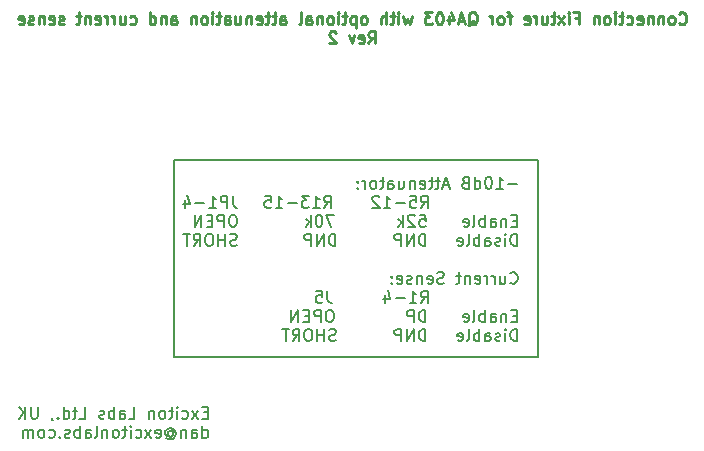
<source format=gbo>
G04 #@! TF.GenerationSoftware,KiCad,Pcbnew,7.0.7*
G04 #@! TF.CreationDate,2024-05-07T13:52:07+01:00*
G04 #@! TF.ProjectId,QA403 Impedance Fixture,51413430-3320-4496-9d70-6564616e6365,rev?*
G04 #@! TF.SameCoordinates,Original*
G04 #@! TF.FileFunction,Legend,Bot*
G04 #@! TF.FilePolarity,Positive*
%FSLAX46Y46*%
G04 Gerber Fmt 4.6, Leading zero omitted, Abs format (unit mm)*
G04 Created by KiCad (PCBNEW 7.0.7) date 2024-05-07 13:52:07*
%MOMM*%
%LPD*%
G01*
G04 APERTURE LIST*
%ADD10C,0.150000*%
%ADD11C,0.250000*%
%ADD12C,3.000000*%
%ADD13R,2.600000X2.600000*%
%ADD14C,2.600000*%
%ADD15C,2.400000*%
%ADD16O,2.400000X2.400000*%
%ADD17C,1.605000*%
%ADD18C,2.595000*%
G04 APERTURE END LIST*
D10*
X97400000Y-39000000D02*
X128200000Y-39000000D01*
X128200000Y-55600000D01*
X97400000Y-55600000D01*
X97400000Y-39000000D01*
D11*
X140188671Y-27369380D02*
X140236290Y-27417000D01*
X140236290Y-27417000D02*
X140379147Y-27464619D01*
X140379147Y-27464619D02*
X140474385Y-27464619D01*
X140474385Y-27464619D02*
X140617242Y-27417000D01*
X140617242Y-27417000D02*
X140712480Y-27321761D01*
X140712480Y-27321761D02*
X140760099Y-27226523D01*
X140760099Y-27226523D02*
X140807718Y-27036047D01*
X140807718Y-27036047D02*
X140807718Y-26893190D01*
X140807718Y-26893190D02*
X140760099Y-26702714D01*
X140760099Y-26702714D02*
X140712480Y-26607476D01*
X140712480Y-26607476D02*
X140617242Y-26512238D01*
X140617242Y-26512238D02*
X140474385Y-26464619D01*
X140474385Y-26464619D02*
X140379147Y-26464619D01*
X140379147Y-26464619D02*
X140236290Y-26512238D01*
X140236290Y-26512238D02*
X140188671Y-26559857D01*
X139617242Y-27464619D02*
X139712480Y-27417000D01*
X139712480Y-27417000D02*
X139760099Y-27369380D01*
X139760099Y-27369380D02*
X139807718Y-27274142D01*
X139807718Y-27274142D02*
X139807718Y-26988428D01*
X139807718Y-26988428D02*
X139760099Y-26893190D01*
X139760099Y-26893190D02*
X139712480Y-26845571D01*
X139712480Y-26845571D02*
X139617242Y-26797952D01*
X139617242Y-26797952D02*
X139474385Y-26797952D01*
X139474385Y-26797952D02*
X139379147Y-26845571D01*
X139379147Y-26845571D02*
X139331528Y-26893190D01*
X139331528Y-26893190D02*
X139283909Y-26988428D01*
X139283909Y-26988428D02*
X139283909Y-27274142D01*
X139283909Y-27274142D02*
X139331528Y-27369380D01*
X139331528Y-27369380D02*
X139379147Y-27417000D01*
X139379147Y-27417000D02*
X139474385Y-27464619D01*
X139474385Y-27464619D02*
X139617242Y-27464619D01*
X138855337Y-26797952D02*
X138855337Y-27464619D01*
X138855337Y-26893190D02*
X138807718Y-26845571D01*
X138807718Y-26845571D02*
X138712480Y-26797952D01*
X138712480Y-26797952D02*
X138569623Y-26797952D01*
X138569623Y-26797952D02*
X138474385Y-26845571D01*
X138474385Y-26845571D02*
X138426766Y-26940809D01*
X138426766Y-26940809D02*
X138426766Y-27464619D01*
X137950575Y-26797952D02*
X137950575Y-27464619D01*
X137950575Y-26893190D02*
X137902956Y-26845571D01*
X137902956Y-26845571D02*
X137807718Y-26797952D01*
X137807718Y-26797952D02*
X137664861Y-26797952D01*
X137664861Y-26797952D02*
X137569623Y-26845571D01*
X137569623Y-26845571D02*
X137522004Y-26940809D01*
X137522004Y-26940809D02*
X137522004Y-27464619D01*
X136664861Y-27417000D02*
X136760099Y-27464619D01*
X136760099Y-27464619D02*
X136950575Y-27464619D01*
X136950575Y-27464619D02*
X137045813Y-27417000D01*
X137045813Y-27417000D02*
X137093432Y-27321761D01*
X137093432Y-27321761D02*
X137093432Y-26940809D01*
X137093432Y-26940809D02*
X137045813Y-26845571D01*
X137045813Y-26845571D02*
X136950575Y-26797952D01*
X136950575Y-26797952D02*
X136760099Y-26797952D01*
X136760099Y-26797952D02*
X136664861Y-26845571D01*
X136664861Y-26845571D02*
X136617242Y-26940809D01*
X136617242Y-26940809D02*
X136617242Y-27036047D01*
X136617242Y-27036047D02*
X137093432Y-27131285D01*
X135760099Y-27417000D02*
X135855337Y-27464619D01*
X135855337Y-27464619D02*
X136045813Y-27464619D01*
X136045813Y-27464619D02*
X136141051Y-27417000D01*
X136141051Y-27417000D02*
X136188670Y-27369380D01*
X136188670Y-27369380D02*
X136236289Y-27274142D01*
X136236289Y-27274142D02*
X136236289Y-26988428D01*
X136236289Y-26988428D02*
X136188670Y-26893190D01*
X136188670Y-26893190D02*
X136141051Y-26845571D01*
X136141051Y-26845571D02*
X136045813Y-26797952D01*
X136045813Y-26797952D02*
X135855337Y-26797952D01*
X135855337Y-26797952D02*
X135760099Y-26845571D01*
X135474384Y-26797952D02*
X135093432Y-26797952D01*
X135331527Y-26464619D02*
X135331527Y-27321761D01*
X135331527Y-27321761D02*
X135283908Y-27417000D01*
X135283908Y-27417000D02*
X135188670Y-27464619D01*
X135188670Y-27464619D02*
X135093432Y-27464619D01*
X134760098Y-27464619D02*
X134760098Y-26797952D01*
X134760098Y-26464619D02*
X134807717Y-26512238D01*
X134807717Y-26512238D02*
X134760098Y-26559857D01*
X134760098Y-26559857D02*
X134712479Y-26512238D01*
X134712479Y-26512238D02*
X134760098Y-26464619D01*
X134760098Y-26464619D02*
X134760098Y-26559857D01*
X134141051Y-27464619D02*
X134236289Y-27417000D01*
X134236289Y-27417000D02*
X134283908Y-27369380D01*
X134283908Y-27369380D02*
X134331527Y-27274142D01*
X134331527Y-27274142D02*
X134331527Y-26988428D01*
X134331527Y-26988428D02*
X134283908Y-26893190D01*
X134283908Y-26893190D02*
X134236289Y-26845571D01*
X134236289Y-26845571D02*
X134141051Y-26797952D01*
X134141051Y-26797952D02*
X133998194Y-26797952D01*
X133998194Y-26797952D02*
X133902956Y-26845571D01*
X133902956Y-26845571D02*
X133855337Y-26893190D01*
X133855337Y-26893190D02*
X133807718Y-26988428D01*
X133807718Y-26988428D02*
X133807718Y-27274142D01*
X133807718Y-27274142D02*
X133855337Y-27369380D01*
X133855337Y-27369380D02*
X133902956Y-27417000D01*
X133902956Y-27417000D02*
X133998194Y-27464619D01*
X133998194Y-27464619D02*
X134141051Y-27464619D01*
X133379146Y-26797952D02*
X133379146Y-27464619D01*
X133379146Y-26893190D02*
X133331527Y-26845571D01*
X133331527Y-26845571D02*
X133236289Y-26797952D01*
X133236289Y-26797952D02*
X133093432Y-26797952D01*
X133093432Y-26797952D02*
X132998194Y-26845571D01*
X132998194Y-26845571D02*
X132950575Y-26940809D01*
X132950575Y-26940809D02*
X132950575Y-27464619D01*
X131379146Y-26940809D02*
X131712479Y-26940809D01*
X131712479Y-27464619D02*
X131712479Y-26464619D01*
X131712479Y-26464619D02*
X131236289Y-26464619D01*
X130855336Y-27464619D02*
X130855336Y-26797952D01*
X130855336Y-26464619D02*
X130902955Y-26512238D01*
X130902955Y-26512238D02*
X130855336Y-26559857D01*
X130855336Y-26559857D02*
X130807717Y-26512238D01*
X130807717Y-26512238D02*
X130855336Y-26464619D01*
X130855336Y-26464619D02*
X130855336Y-26559857D01*
X130474384Y-27464619D02*
X129950575Y-26797952D01*
X130474384Y-26797952D02*
X129950575Y-27464619D01*
X129712479Y-26797952D02*
X129331527Y-26797952D01*
X129569622Y-26464619D02*
X129569622Y-27321761D01*
X129569622Y-27321761D02*
X129522003Y-27417000D01*
X129522003Y-27417000D02*
X129426765Y-27464619D01*
X129426765Y-27464619D02*
X129331527Y-27464619D01*
X128569622Y-26797952D02*
X128569622Y-27464619D01*
X128998193Y-26797952D02*
X128998193Y-27321761D01*
X128998193Y-27321761D02*
X128950574Y-27417000D01*
X128950574Y-27417000D02*
X128855336Y-27464619D01*
X128855336Y-27464619D02*
X128712479Y-27464619D01*
X128712479Y-27464619D02*
X128617241Y-27417000D01*
X128617241Y-27417000D02*
X128569622Y-27369380D01*
X128093431Y-27464619D02*
X128093431Y-26797952D01*
X128093431Y-26988428D02*
X128045812Y-26893190D01*
X128045812Y-26893190D02*
X127998193Y-26845571D01*
X127998193Y-26845571D02*
X127902955Y-26797952D01*
X127902955Y-26797952D02*
X127807717Y-26797952D01*
X127093431Y-27417000D02*
X127188669Y-27464619D01*
X127188669Y-27464619D02*
X127379145Y-27464619D01*
X127379145Y-27464619D02*
X127474383Y-27417000D01*
X127474383Y-27417000D02*
X127522002Y-27321761D01*
X127522002Y-27321761D02*
X127522002Y-26940809D01*
X127522002Y-26940809D02*
X127474383Y-26845571D01*
X127474383Y-26845571D02*
X127379145Y-26797952D01*
X127379145Y-26797952D02*
X127188669Y-26797952D01*
X127188669Y-26797952D02*
X127093431Y-26845571D01*
X127093431Y-26845571D02*
X127045812Y-26940809D01*
X127045812Y-26940809D02*
X127045812Y-27036047D01*
X127045812Y-27036047D02*
X127522002Y-27131285D01*
X125998192Y-26797952D02*
X125617240Y-26797952D01*
X125855335Y-27464619D02*
X125855335Y-26607476D01*
X125855335Y-26607476D02*
X125807716Y-26512238D01*
X125807716Y-26512238D02*
X125712478Y-26464619D01*
X125712478Y-26464619D02*
X125617240Y-26464619D01*
X125141049Y-27464619D02*
X125236287Y-27417000D01*
X125236287Y-27417000D02*
X125283906Y-27369380D01*
X125283906Y-27369380D02*
X125331525Y-27274142D01*
X125331525Y-27274142D02*
X125331525Y-26988428D01*
X125331525Y-26988428D02*
X125283906Y-26893190D01*
X125283906Y-26893190D02*
X125236287Y-26845571D01*
X125236287Y-26845571D02*
X125141049Y-26797952D01*
X125141049Y-26797952D02*
X124998192Y-26797952D01*
X124998192Y-26797952D02*
X124902954Y-26845571D01*
X124902954Y-26845571D02*
X124855335Y-26893190D01*
X124855335Y-26893190D02*
X124807716Y-26988428D01*
X124807716Y-26988428D02*
X124807716Y-27274142D01*
X124807716Y-27274142D02*
X124855335Y-27369380D01*
X124855335Y-27369380D02*
X124902954Y-27417000D01*
X124902954Y-27417000D02*
X124998192Y-27464619D01*
X124998192Y-27464619D02*
X125141049Y-27464619D01*
X124379144Y-27464619D02*
X124379144Y-26797952D01*
X124379144Y-26988428D02*
X124331525Y-26893190D01*
X124331525Y-26893190D02*
X124283906Y-26845571D01*
X124283906Y-26845571D02*
X124188668Y-26797952D01*
X124188668Y-26797952D02*
X124093430Y-26797952D01*
X122331525Y-27559857D02*
X122426763Y-27512238D01*
X122426763Y-27512238D02*
X122522001Y-27417000D01*
X122522001Y-27417000D02*
X122664858Y-27274142D01*
X122664858Y-27274142D02*
X122760096Y-27226523D01*
X122760096Y-27226523D02*
X122855334Y-27226523D01*
X122807715Y-27464619D02*
X122902953Y-27417000D01*
X122902953Y-27417000D02*
X122998191Y-27321761D01*
X122998191Y-27321761D02*
X123045810Y-27131285D01*
X123045810Y-27131285D02*
X123045810Y-26797952D01*
X123045810Y-26797952D02*
X122998191Y-26607476D01*
X122998191Y-26607476D02*
X122902953Y-26512238D01*
X122902953Y-26512238D02*
X122807715Y-26464619D01*
X122807715Y-26464619D02*
X122617239Y-26464619D01*
X122617239Y-26464619D02*
X122522001Y-26512238D01*
X122522001Y-26512238D02*
X122426763Y-26607476D01*
X122426763Y-26607476D02*
X122379144Y-26797952D01*
X122379144Y-26797952D02*
X122379144Y-27131285D01*
X122379144Y-27131285D02*
X122426763Y-27321761D01*
X122426763Y-27321761D02*
X122522001Y-27417000D01*
X122522001Y-27417000D02*
X122617239Y-27464619D01*
X122617239Y-27464619D02*
X122807715Y-27464619D01*
X121998191Y-27178904D02*
X121522001Y-27178904D01*
X122093429Y-27464619D02*
X121760096Y-26464619D01*
X121760096Y-26464619D02*
X121426763Y-27464619D01*
X120664858Y-26797952D02*
X120664858Y-27464619D01*
X120902953Y-26417000D02*
X121141048Y-27131285D01*
X121141048Y-27131285D02*
X120522001Y-27131285D01*
X119950572Y-26464619D02*
X119855334Y-26464619D01*
X119855334Y-26464619D02*
X119760096Y-26512238D01*
X119760096Y-26512238D02*
X119712477Y-26559857D01*
X119712477Y-26559857D02*
X119664858Y-26655095D01*
X119664858Y-26655095D02*
X119617239Y-26845571D01*
X119617239Y-26845571D02*
X119617239Y-27083666D01*
X119617239Y-27083666D02*
X119664858Y-27274142D01*
X119664858Y-27274142D02*
X119712477Y-27369380D01*
X119712477Y-27369380D02*
X119760096Y-27417000D01*
X119760096Y-27417000D02*
X119855334Y-27464619D01*
X119855334Y-27464619D02*
X119950572Y-27464619D01*
X119950572Y-27464619D02*
X120045810Y-27417000D01*
X120045810Y-27417000D02*
X120093429Y-27369380D01*
X120093429Y-27369380D02*
X120141048Y-27274142D01*
X120141048Y-27274142D02*
X120188667Y-27083666D01*
X120188667Y-27083666D02*
X120188667Y-26845571D01*
X120188667Y-26845571D02*
X120141048Y-26655095D01*
X120141048Y-26655095D02*
X120093429Y-26559857D01*
X120093429Y-26559857D02*
X120045810Y-26512238D01*
X120045810Y-26512238D02*
X119950572Y-26464619D01*
X119283905Y-26464619D02*
X118664858Y-26464619D01*
X118664858Y-26464619D02*
X118998191Y-26845571D01*
X118998191Y-26845571D02*
X118855334Y-26845571D01*
X118855334Y-26845571D02*
X118760096Y-26893190D01*
X118760096Y-26893190D02*
X118712477Y-26940809D01*
X118712477Y-26940809D02*
X118664858Y-27036047D01*
X118664858Y-27036047D02*
X118664858Y-27274142D01*
X118664858Y-27274142D02*
X118712477Y-27369380D01*
X118712477Y-27369380D02*
X118760096Y-27417000D01*
X118760096Y-27417000D02*
X118855334Y-27464619D01*
X118855334Y-27464619D02*
X119141048Y-27464619D01*
X119141048Y-27464619D02*
X119236286Y-27417000D01*
X119236286Y-27417000D02*
X119283905Y-27369380D01*
X117569619Y-26797952D02*
X117379143Y-27464619D01*
X117379143Y-27464619D02*
X117188667Y-26988428D01*
X117188667Y-26988428D02*
X116998191Y-27464619D01*
X116998191Y-27464619D02*
X116807715Y-26797952D01*
X116426762Y-27464619D02*
X116426762Y-26797952D01*
X116426762Y-26464619D02*
X116474381Y-26512238D01*
X116474381Y-26512238D02*
X116426762Y-26559857D01*
X116426762Y-26559857D02*
X116379143Y-26512238D01*
X116379143Y-26512238D02*
X116426762Y-26464619D01*
X116426762Y-26464619D02*
X116426762Y-26559857D01*
X116093429Y-26797952D02*
X115712477Y-26797952D01*
X115950572Y-26464619D02*
X115950572Y-27321761D01*
X115950572Y-27321761D02*
X115902953Y-27417000D01*
X115902953Y-27417000D02*
X115807715Y-27464619D01*
X115807715Y-27464619D02*
X115712477Y-27464619D01*
X115379143Y-27464619D02*
X115379143Y-26464619D01*
X114950572Y-27464619D02*
X114950572Y-26940809D01*
X114950572Y-26940809D02*
X114998191Y-26845571D01*
X114998191Y-26845571D02*
X115093429Y-26797952D01*
X115093429Y-26797952D02*
X115236286Y-26797952D01*
X115236286Y-26797952D02*
X115331524Y-26845571D01*
X115331524Y-26845571D02*
X115379143Y-26893190D01*
X113569619Y-27464619D02*
X113664857Y-27417000D01*
X113664857Y-27417000D02*
X113712476Y-27369380D01*
X113712476Y-27369380D02*
X113760095Y-27274142D01*
X113760095Y-27274142D02*
X113760095Y-26988428D01*
X113760095Y-26988428D02*
X113712476Y-26893190D01*
X113712476Y-26893190D02*
X113664857Y-26845571D01*
X113664857Y-26845571D02*
X113569619Y-26797952D01*
X113569619Y-26797952D02*
X113426762Y-26797952D01*
X113426762Y-26797952D02*
X113331524Y-26845571D01*
X113331524Y-26845571D02*
X113283905Y-26893190D01*
X113283905Y-26893190D02*
X113236286Y-26988428D01*
X113236286Y-26988428D02*
X113236286Y-27274142D01*
X113236286Y-27274142D02*
X113283905Y-27369380D01*
X113283905Y-27369380D02*
X113331524Y-27417000D01*
X113331524Y-27417000D02*
X113426762Y-27464619D01*
X113426762Y-27464619D02*
X113569619Y-27464619D01*
X112807714Y-26797952D02*
X112807714Y-27797952D01*
X112807714Y-26845571D02*
X112712476Y-26797952D01*
X112712476Y-26797952D02*
X112522000Y-26797952D01*
X112522000Y-26797952D02*
X112426762Y-26845571D01*
X112426762Y-26845571D02*
X112379143Y-26893190D01*
X112379143Y-26893190D02*
X112331524Y-26988428D01*
X112331524Y-26988428D02*
X112331524Y-27274142D01*
X112331524Y-27274142D02*
X112379143Y-27369380D01*
X112379143Y-27369380D02*
X112426762Y-27417000D01*
X112426762Y-27417000D02*
X112522000Y-27464619D01*
X112522000Y-27464619D02*
X112712476Y-27464619D01*
X112712476Y-27464619D02*
X112807714Y-27417000D01*
X112045809Y-26797952D02*
X111664857Y-26797952D01*
X111902952Y-26464619D02*
X111902952Y-27321761D01*
X111902952Y-27321761D02*
X111855333Y-27417000D01*
X111855333Y-27417000D02*
X111760095Y-27464619D01*
X111760095Y-27464619D02*
X111664857Y-27464619D01*
X111331523Y-27464619D02*
X111331523Y-26797952D01*
X111331523Y-26464619D02*
X111379142Y-26512238D01*
X111379142Y-26512238D02*
X111331523Y-26559857D01*
X111331523Y-26559857D02*
X111283904Y-26512238D01*
X111283904Y-26512238D02*
X111331523Y-26464619D01*
X111331523Y-26464619D02*
X111331523Y-26559857D01*
X110712476Y-27464619D02*
X110807714Y-27417000D01*
X110807714Y-27417000D02*
X110855333Y-27369380D01*
X110855333Y-27369380D02*
X110902952Y-27274142D01*
X110902952Y-27274142D02*
X110902952Y-26988428D01*
X110902952Y-26988428D02*
X110855333Y-26893190D01*
X110855333Y-26893190D02*
X110807714Y-26845571D01*
X110807714Y-26845571D02*
X110712476Y-26797952D01*
X110712476Y-26797952D02*
X110569619Y-26797952D01*
X110569619Y-26797952D02*
X110474381Y-26845571D01*
X110474381Y-26845571D02*
X110426762Y-26893190D01*
X110426762Y-26893190D02*
X110379143Y-26988428D01*
X110379143Y-26988428D02*
X110379143Y-27274142D01*
X110379143Y-27274142D02*
X110426762Y-27369380D01*
X110426762Y-27369380D02*
X110474381Y-27417000D01*
X110474381Y-27417000D02*
X110569619Y-27464619D01*
X110569619Y-27464619D02*
X110712476Y-27464619D01*
X109950571Y-26797952D02*
X109950571Y-27464619D01*
X109950571Y-26893190D02*
X109902952Y-26845571D01*
X109902952Y-26845571D02*
X109807714Y-26797952D01*
X109807714Y-26797952D02*
X109664857Y-26797952D01*
X109664857Y-26797952D02*
X109569619Y-26845571D01*
X109569619Y-26845571D02*
X109522000Y-26940809D01*
X109522000Y-26940809D02*
X109522000Y-27464619D01*
X108617238Y-27464619D02*
X108617238Y-26940809D01*
X108617238Y-26940809D02*
X108664857Y-26845571D01*
X108664857Y-26845571D02*
X108760095Y-26797952D01*
X108760095Y-26797952D02*
X108950571Y-26797952D01*
X108950571Y-26797952D02*
X109045809Y-26845571D01*
X108617238Y-27417000D02*
X108712476Y-27464619D01*
X108712476Y-27464619D02*
X108950571Y-27464619D01*
X108950571Y-27464619D02*
X109045809Y-27417000D01*
X109045809Y-27417000D02*
X109093428Y-27321761D01*
X109093428Y-27321761D02*
X109093428Y-27226523D01*
X109093428Y-27226523D02*
X109045809Y-27131285D01*
X109045809Y-27131285D02*
X108950571Y-27083666D01*
X108950571Y-27083666D02*
X108712476Y-27083666D01*
X108712476Y-27083666D02*
X108617238Y-27036047D01*
X107998190Y-27464619D02*
X108093428Y-27417000D01*
X108093428Y-27417000D02*
X108141047Y-27321761D01*
X108141047Y-27321761D02*
X108141047Y-26464619D01*
X106426761Y-27464619D02*
X106426761Y-26940809D01*
X106426761Y-26940809D02*
X106474380Y-26845571D01*
X106474380Y-26845571D02*
X106569618Y-26797952D01*
X106569618Y-26797952D02*
X106760094Y-26797952D01*
X106760094Y-26797952D02*
X106855332Y-26845571D01*
X106426761Y-27417000D02*
X106521999Y-27464619D01*
X106521999Y-27464619D02*
X106760094Y-27464619D01*
X106760094Y-27464619D02*
X106855332Y-27417000D01*
X106855332Y-27417000D02*
X106902951Y-27321761D01*
X106902951Y-27321761D02*
X106902951Y-27226523D01*
X106902951Y-27226523D02*
X106855332Y-27131285D01*
X106855332Y-27131285D02*
X106760094Y-27083666D01*
X106760094Y-27083666D02*
X106521999Y-27083666D01*
X106521999Y-27083666D02*
X106426761Y-27036047D01*
X106093427Y-26797952D02*
X105712475Y-26797952D01*
X105950570Y-26464619D02*
X105950570Y-27321761D01*
X105950570Y-27321761D02*
X105902951Y-27417000D01*
X105902951Y-27417000D02*
X105807713Y-27464619D01*
X105807713Y-27464619D02*
X105712475Y-27464619D01*
X105521998Y-26797952D02*
X105141046Y-26797952D01*
X105379141Y-26464619D02*
X105379141Y-27321761D01*
X105379141Y-27321761D02*
X105331522Y-27417000D01*
X105331522Y-27417000D02*
X105236284Y-27464619D01*
X105236284Y-27464619D02*
X105141046Y-27464619D01*
X104426760Y-27417000D02*
X104521998Y-27464619D01*
X104521998Y-27464619D02*
X104712474Y-27464619D01*
X104712474Y-27464619D02*
X104807712Y-27417000D01*
X104807712Y-27417000D02*
X104855331Y-27321761D01*
X104855331Y-27321761D02*
X104855331Y-26940809D01*
X104855331Y-26940809D02*
X104807712Y-26845571D01*
X104807712Y-26845571D02*
X104712474Y-26797952D01*
X104712474Y-26797952D02*
X104521998Y-26797952D01*
X104521998Y-26797952D02*
X104426760Y-26845571D01*
X104426760Y-26845571D02*
X104379141Y-26940809D01*
X104379141Y-26940809D02*
X104379141Y-27036047D01*
X104379141Y-27036047D02*
X104855331Y-27131285D01*
X103950569Y-26797952D02*
X103950569Y-27464619D01*
X103950569Y-26893190D02*
X103902950Y-26845571D01*
X103902950Y-26845571D02*
X103807712Y-26797952D01*
X103807712Y-26797952D02*
X103664855Y-26797952D01*
X103664855Y-26797952D02*
X103569617Y-26845571D01*
X103569617Y-26845571D02*
X103521998Y-26940809D01*
X103521998Y-26940809D02*
X103521998Y-27464619D01*
X102617236Y-26797952D02*
X102617236Y-27464619D01*
X103045807Y-26797952D02*
X103045807Y-27321761D01*
X103045807Y-27321761D02*
X102998188Y-27417000D01*
X102998188Y-27417000D02*
X102902950Y-27464619D01*
X102902950Y-27464619D02*
X102760093Y-27464619D01*
X102760093Y-27464619D02*
X102664855Y-27417000D01*
X102664855Y-27417000D02*
X102617236Y-27369380D01*
X101712474Y-27464619D02*
X101712474Y-26940809D01*
X101712474Y-26940809D02*
X101760093Y-26845571D01*
X101760093Y-26845571D02*
X101855331Y-26797952D01*
X101855331Y-26797952D02*
X102045807Y-26797952D01*
X102045807Y-26797952D02*
X102141045Y-26845571D01*
X101712474Y-27417000D02*
X101807712Y-27464619D01*
X101807712Y-27464619D02*
X102045807Y-27464619D01*
X102045807Y-27464619D02*
X102141045Y-27417000D01*
X102141045Y-27417000D02*
X102188664Y-27321761D01*
X102188664Y-27321761D02*
X102188664Y-27226523D01*
X102188664Y-27226523D02*
X102141045Y-27131285D01*
X102141045Y-27131285D02*
X102045807Y-27083666D01*
X102045807Y-27083666D02*
X101807712Y-27083666D01*
X101807712Y-27083666D02*
X101712474Y-27036047D01*
X101379140Y-26797952D02*
X100998188Y-26797952D01*
X101236283Y-26464619D02*
X101236283Y-27321761D01*
X101236283Y-27321761D02*
X101188664Y-27417000D01*
X101188664Y-27417000D02*
X101093426Y-27464619D01*
X101093426Y-27464619D02*
X100998188Y-27464619D01*
X100664854Y-27464619D02*
X100664854Y-26797952D01*
X100664854Y-26464619D02*
X100712473Y-26512238D01*
X100712473Y-26512238D02*
X100664854Y-26559857D01*
X100664854Y-26559857D02*
X100617235Y-26512238D01*
X100617235Y-26512238D02*
X100664854Y-26464619D01*
X100664854Y-26464619D02*
X100664854Y-26559857D01*
X100045807Y-27464619D02*
X100141045Y-27417000D01*
X100141045Y-27417000D02*
X100188664Y-27369380D01*
X100188664Y-27369380D02*
X100236283Y-27274142D01*
X100236283Y-27274142D02*
X100236283Y-26988428D01*
X100236283Y-26988428D02*
X100188664Y-26893190D01*
X100188664Y-26893190D02*
X100141045Y-26845571D01*
X100141045Y-26845571D02*
X100045807Y-26797952D01*
X100045807Y-26797952D02*
X99902950Y-26797952D01*
X99902950Y-26797952D02*
X99807712Y-26845571D01*
X99807712Y-26845571D02*
X99760093Y-26893190D01*
X99760093Y-26893190D02*
X99712474Y-26988428D01*
X99712474Y-26988428D02*
X99712474Y-27274142D01*
X99712474Y-27274142D02*
X99760093Y-27369380D01*
X99760093Y-27369380D02*
X99807712Y-27417000D01*
X99807712Y-27417000D02*
X99902950Y-27464619D01*
X99902950Y-27464619D02*
X100045807Y-27464619D01*
X99283902Y-26797952D02*
X99283902Y-27464619D01*
X99283902Y-26893190D02*
X99236283Y-26845571D01*
X99236283Y-26845571D02*
X99141045Y-26797952D01*
X99141045Y-26797952D02*
X98998188Y-26797952D01*
X98998188Y-26797952D02*
X98902950Y-26845571D01*
X98902950Y-26845571D02*
X98855331Y-26940809D01*
X98855331Y-26940809D02*
X98855331Y-27464619D01*
X97188664Y-27464619D02*
X97188664Y-26940809D01*
X97188664Y-26940809D02*
X97236283Y-26845571D01*
X97236283Y-26845571D02*
X97331521Y-26797952D01*
X97331521Y-26797952D02*
X97521997Y-26797952D01*
X97521997Y-26797952D02*
X97617235Y-26845571D01*
X97188664Y-27417000D02*
X97283902Y-27464619D01*
X97283902Y-27464619D02*
X97521997Y-27464619D01*
X97521997Y-27464619D02*
X97617235Y-27417000D01*
X97617235Y-27417000D02*
X97664854Y-27321761D01*
X97664854Y-27321761D02*
X97664854Y-27226523D01*
X97664854Y-27226523D02*
X97617235Y-27131285D01*
X97617235Y-27131285D02*
X97521997Y-27083666D01*
X97521997Y-27083666D02*
X97283902Y-27083666D01*
X97283902Y-27083666D02*
X97188664Y-27036047D01*
X96712473Y-26797952D02*
X96712473Y-27464619D01*
X96712473Y-26893190D02*
X96664854Y-26845571D01*
X96664854Y-26845571D02*
X96569616Y-26797952D01*
X96569616Y-26797952D02*
X96426759Y-26797952D01*
X96426759Y-26797952D02*
X96331521Y-26845571D01*
X96331521Y-26845571D02*
X96283902Y-26940809D01*
X96283902Y-26940809D02*
X96283902Y-27464619D01*
X95379140Y-27464619D02*
X95379140Y-26464619D01*
X95379140Y-27417000D02*
X95474378Y-27464619D01*
X95474378Y-27464619D02*
X95664854Y-27464619D01*
X95664854Y-27464619D02*
X95760092Y-27417000D01*
X95760092Y-27417000D02*
X95807711Y-27369380D01*
X95807711Y-27369380D02*
X95855330Y-27274142D01*
X95855330Y-27274142D02*
X95855330Y-26988428D01*
X95855330Y-26988428D02*
X95807711Y-26893190D01*
X95807711Y-26893190D02*
X95760092Y-26845571D01*
X95760092Y-26845571D02*
X95664854Y-26797952D01*
X95664854Y-26797952D02*
X95474378Y-26797952D01*
X95474378Y-26797952D02*
X95379140Y-26845571D01*
X93712473Y-27417000D02*
X93807711Y-27464619D01*
X93807711Y-27464619D02*
X93998187Y-27464619D01*
X93998187Y-27464619D02*
X94093425Y-27417000D01*
X94093425Y-27417000D02*
X94141044Y-27369380D01*
X94141044Y-27369380D02*
X94188663Y-27274142D01*
X94188663Y-27274142D02*
X94188663Y-26988428D01*
X94188663Y-26988428D02*
X94141044Y-26893190D01*
X94141044Y-26893190D02*
X94093425Y-26845571D01*
X94093425Y-26845571D02*
X93998187Y-26797952D01*
X93998187Y-26797952D02*
X93807711Y-26797952D01*
X93807711Y-26797952D02*
X93712473Y-26845571D01*
X92855330Y-26797952D02*
X92855330Y-27464619D01*
X93283901Y-26797952D02*
X93283901Y-27321761D01*
X93283901Y-27321761D02*
X93236282Y-27417000D01*
X93236282Y-27417000D02*
X93141044Y-27464619D01*
X93141044Y-27464619D02*
X92998187Y-27464619D01*
X92998187Y-27464619D02*
X92902949Y-27417000D01*
X92902949Y-27417000D02*
X92855330Y-27369380D01*
X92379139Y-27464619D02*
X92379139Y-26797952D01*
X92379139Y-26988428D02*
X92331520Y-26893190D01*
X92331520Y-26893190D02*
X92283901Y-26845571D01*
X92283901Y-26845571D02*
X92188663Y-26797952D01*
X92188663Y-26797952D02*
X92093425Y-26797952D01*
X91760091Y-27464619D02*
X91760091Y-26797952D01*
X91760091Y-26988428D02*
X91712472Y-26893190D01*
X91712472Y-26893190D02*
X91664853Y-26845571D01*
X91664853Y-26845571D02*
X91569615Y-26797952D01*
X91569615Y-26797952D02*
X91474377Y-26797952D01*
X90760091Y-27417000D02*
X90855329Y-27464619D01*
X90855329Y-27464619D02*
X91045805Y-27464619D01*
X91045805Y-27464619D02*
X91141043Y-27417000D01*
X91141043Y-27417000D02*
X91188662Y-27321761D01*
X91188662Y-27321761D02*
X91188662Y-26940809D01*
X91188662Y-26940809D02*
X91141043Y-26845571D01*
X91141043Y-26845571D02*
X91045805Y-26797952D01*
X91045805Y-26797952D02*
X90855329Y-26797952D01*
X90855329Y-26797952D02*
X90760091Y-26845571D01*
X90760091Y-26845571D02*
X90712472Y-26940809D01*
X90712472Y-26940809D02*
X90712472Y-27036047D01*
X90712472Y-27036047D02*
X91188662Y-27131285D01*
X90283900Y-26797952D02*
X90283900Y-27464619D01*
X90283900Y-26893190D02*
X90236281Y-26845571D01*
X90236281Y-26845571D02*
X90141043Y-26797952D01*
X90141043Y-26797952D02*
X89998186Y-26797952D01*
X89998186Y-26797952D02*
X89902948Y-26845571D01*
X89902948Y-26845571D02*
X89855329Y-26940809D01*
X89855329Y-26940809D02*
X89855329Y-27464619D01*
X89521995Y-26797952D02*
X89141043Y-26797952D01*
X89379138Y-26464619D02*
X89379138Y-27321761D01*
X89379138Y-27321761D02*
X89331519Y-27417000D01*
X89331519Y-27417000D02*
X89236281Y-27464619D01*
X89236281Y-27464619D02*
X89141043Y-27464619D01*
X88093423Y-27417000D02*
X87998185Y-27464619D01*
X87998185Y-27464619D02*
X87807709Y-27464619D01*
X87807709Y-27464619D02*
X87712471Y-27417000D01*
X87712471Y-27417000D02*
X87664852Y-27321761D01*
X87664852Y-27321761D02*
X87664852Y-27274142D01*
X87664852Y-27274142D02*
X87712471Y-27178904D01*
X87712471Y-27178904D02*
X87807709Y-27131285D01*
X87807709Y-27131285D02*
X87950566Y-27131285D01*
X87950566Y-27131285D02*
X88045804Y-27083666D01*
X88045804Y-27083666D02*
X88093423Y-26988428D01*
X88093423Y-26988428D02*
X88093423Y-26940809D01*
X88093423Y-26940809D02*
X88045804Y-26845571D01*
X88045804Y-26845571D02*
X87950566Y-26797952D01*
X87950566Y-26797952D02*
X87807709Y-26797952D01*
X87807709Y-26797952D02*
X87712471Y-26845571D01*
X86855328Y-27417000D02*
X86950566Y-27464619D01*
X86950566Y-27464619D02*
X87141042Y-27464619D01*
X87141042Y-27464619D02*
X87236280Y-27417000D01*
X87236280Y-27417000D02*
X87283899Y-27321761D01*
X87283899Y-27321761D02*
X87283899Y-26940809D01*
X87283899Y-26940809D02*
X87236280Y-26845571D01*
X87236280Y-26845571D02*
X87141042Y-26797952D01*
X87141042Y-26797952D02*
X86950566Y-26797952D01*
X86950566Y-26797952D02*
X86855328Y-26845571D01*
X86855328Y-26845571D02*
X86807709Y-26940809D01*
X86807709Y-26940809D02*
X86807709Y-27036047D01*
X86807709Y-27036047D02*
X87283899Y-27131285D01*
X86379137Y-26797952D02*
X86379137Y-27464619D01*
X86379137Y-26893190D02*
X86331518Y-26845571D01*
X86331518Y-26845571D02*
X86236280Y-26797952D01*
X86236280Y-26797952D02*
X86093423Y-26797952D01*
X86093423Y-26797952D02*
X85998185Y-26845571D01*
X85998185Y-26845571D02*
X85950566Y-26940809D01*
X85950566Y-26940809D02*
X85950566Y-27464619D01*
X85521994Y-27417000D02*
X85426756Y-27464619D01*
X85426756Y-27464619D02*
X85236280Y-27464619D01*
X85236280Y-27464619D02*
X85141042Y-27417000D01*
X85141042Y-27417000D02*
X85093423Y-27321761D01*
X85093423Y-27321761D02*
X85093423Y-27274142D01*
X85093423Y-27274142D02*
X85141042Y-27178904D01*
X85141042Y-27178904D02*
X85236280Y-27131285D01*
X85236280Y-27131285D02*
X85379137Y-27131285D01*
X85379137Y-27131285D02*
X85474375Y-27083666D01*
X85474375Y-27083666D02*
X85521994Y-26988428D01*
X85521994Y-26988428D02*
X85521994Y-26940809D01*
X85521994Y-26940809D02*
X85474375Y-26845571D01*
X85474375Y-26845571D02*
X85379137Y-26797952D01*
X85379137Y-26797952D02*
X85236280Y-26797952D01*
X85236280Y-26797952D02*
X85141042Y-26845571D01*
X84283899Y-27417000D02*
X84379137Y-27464619D01*
X84379137Y-27464619D02*
X84569613Y-27464619D01*
X84569613Y-27464619D02*
X84664851Y-27417000D01*
X84664851Y-27417000D02*
X84712470Y-27321761D01*
X84712470Y-27321761D02*
X84712470Y-26940809D01*
X84712470Y-26940809D02*
X84664851Y-26845571D01*
X84664851Y-26845571D02*
X84569613Y-26797952D01*
X84569613Y-26797952D02*
X84379137Y-26797952D01*
X84379137Y-26797952D02*
X84283899Y-26845571D01*
X84283899Y-26845571D02*
X84236280Y-26940809D01*
X84236280Y-26940809D02*
X84236280Y-27036047D01*
X84236280Y-27036047D02*
X84712470Y-27131285D01*
X113879143Y-29074619D02*
X114212476Y-28598428D01*
X114450571Y-29074619D02*
X114450571Y-28074619D01*
X114450571Y-28074619D02*
X114069619Y-28074619D01*
X114069619Y-28074619D02*
X113974381Y-28122238D01*
X113974381Y-28122238D02*
X113926762Y-28169857D01*
X113926762Y-28169857D02*
X113879143Y-28265095D01*
X113879143Y-28265095D02*
X113879143Y-28407952D01*
X113879143Y-28407952D02*
X113926762Y-28503190D01*
X113926762Y-28503190D02*
X113974381Y-28550809D01*
X113974381Y-28550809D02*
X114069619Y-28598428D01*
X114069619Y-28598428D02*
X114450571Y-28598428D01*
X113069619Y-29027000D02*
X113164857Y-29074619D01*
X113164857Y-29074619D02*
X113355333Y-29074619D01*
X113355333Y-29074619D02*
X113450571Y-29027000D01*
X113450571Y-29027000D02*
X113498190Y-28931761D01*
X113498190Y-28931761D02*
X113498190Y-28550809D01*
X113498190Y-28550809D02*
X113450571Y-28455571D01*
X113450571Y-28455571D02*
X113355333Y-28407952D01*
X113355333Y-28407952D02*
X113164857Y-28407952D01*
X113164857Y-28407952D02*
X113069619Y-28455571D01*
X113069619Y-28455571D02*
X113022000Y-28550809D01*
X113022000Y-28550809D02*
X113022000Y-28646047D01*
X113022000Y-28646047D02*
X113498190Y-28741285D01*
X112688666Y-28407952D02*
X112450571Y-29074619D01*
X112450571Y-29074619D02*
X112212476Y-28407952D01*
X111117237Y-28169857D02*
X111069618Y-28122238D01*
X111069618Y-28122238D02*
X110974380Y-28074619D01*
X110974380Y-28074619D02*
X110736285Y-28074619D01*
X110736285Y-28074619D02*
X110641047Y-28122238D01*
X110641047Y-28122238D02*
X110593428Y-28169857D01*
X110593428Y-28169857D02*
X110545809Y-28265095D01*
X110545809Y-28265095D02*
X110545809Y-28360333D01*
X110545809Y-28360333D02*
X110593428Y-28503190D01*
X110593428Y-28503190D02*
X111164856Y-29074619D01*
X111164856Y-29074619D02*
X110545809Y-29074619D01*
D10*
X126463220Y-41008866D02*
X125701316Y-41008866D01*
X124701316Y-41389819D02*
X125272744Y-41389819D01*
X124987030Y-41389819D02*
X124987030Y-40389819D01*
X124987030Y-40389819D02*
X125082268Y-40532676D01*
X125082268Y-40532676D02*
X125177506Y-40627914D01*
X125177506Y-40627914D02*
X125272744Y-40675533D01*
X124082268Y-40389819D02*
X123987030Y-40389819D01*
X123987030Y-40389819D02*
X123891792Y-40437438D01*
X123891792Y-40437438D02*
X123844173Y-40485057D01*
X123844173Y-40485057D02*
X123796554Y-40580295D01*
X123796554Y-40580295D02*
X123748935Y-40770771D01*
X123748935Y-40770771D02*
X123748935Y-41008866D01*
X123748935Y-41008866D02*
X123796554Y-41199342D01*
X123796554Y-41199342D02*
X123844173Y-41294580D01*
X123844173Y-41294580D02*
X123891792Y-41342200D01*
X123891792Y-41342200D02*
X123987030Y-41389819D01*
X123987030Y-41389819D02*
X124082268Y-41389819D01*
X124082268Y-41389819D02*
X124177506Y-41342200D01*
X124177506Y-41342200D02*
X124225125Y-41294580D01*
X124225125Y-41294580D02*
X124272744Y-41199342D01*
X124272744Y-41199342D02*
X124320363Y-41008866D01*
X124320363Y-41008866D02*
X124320363Y-40770771D01*
X124320363Y-40770771D02*
X124272744Y-40580295D01*
X124272744Y-40580295D02*
X124225125Y-40485057D01*
X124225125Y-40485057D02*
X124177506Y-40437438D01*
X124177506Y-40437438D02*
X124082268Y-40389819D01*
X122891792Y-41389819D02*
X122891792Y-40389819D01*
X122891792Y-41342200D02*
X122987030Y-41389819D01*
X122987030Y-41389819D02*
X123177506Y-41389819D01*
X123177506Y-41389819D02*
X123272744Y-41342200D01*
X123272744Y-41342200D02*
X123320363Y-41294580D01*
X123320363Y-41294580D02*
X123367982Y-41199342D01*
X123367982Y-41199342D02*
X123367982Y-40913628D01*
X123367982Y-40913628D02*
X123320363Y-40818390D01*
X123320363Y-40818390D02*
X123272744Y-40770771D01*
X123272744Y-40770771D02*
X123177506Y-40723152D01*
X123177506Y-40723152D02*
X122987030Y-40723152D01*
X122987030Y-40723152D02*
X122891792Y-40770771D01*
X122082268Y-40866009D02*
X121939411Y-40913628D01*
X121939411Y-40913628D02*
X121891792Y-40961247D01*
X121891792Y-40961247D02*
X121844173Y-41056485D01*
X121844173Y-41056485D02*
X121844173Y-41199342D01*
X121844173Y-41199342D02*
X121891792Y-41294580D01*
X121891792Y-41294580D02*
X121939411Y-41342200D01*
X121939411Y-41342200D02*
X122034649Y-41389819D01*
X122034649Y-41389819D02*
X122415601Y-41389819D01*
X122415601Y-41389819D02*
X122415601Y-40389819D01*
X122415601Y-40389819D02*
X122082268Y-40389819D01*
X122082268Y-40389819D02*
X121987030Y-40437438D01*
X121987030Y-40437438D02*
X121939411Y-40485057D01*
X121939411Y-40485057D02*
X121891792Y-40580295D01*
X121891792Y-40580295D02*
X121891792Y-40675533D01*
X121891792Y-40675533D02*
X121939411Y-40770771D01*
X121939411Y-40770771D02*
X121987030Y-40818390D01*
X121987030Y-40818390D02*
X122082268Y-40866009D01*
X122082268Y-40866009D02*
X122415601Y-40866009D01*
X120701315Y-41104104D02*
X120225125Y-41104104D01*
X120796553Y-41389819D02*
X120463220Y-40389819D01*
X120463220Y-40389819D02*
X120129887Y-41389819D01*
X119939410Y-40723152D02*
X119558458Y-40723152D01*
X119796553Y-40389819D02*
X119796553Y-41246961D01*
X119796553Y-41246961D02*
X119748934Y-41342200D01*
X119748934Y-41342200D02*
X119653696Y-41389819D01*
X119653696Y-41389819D02*
X119558458Y-41389819D01*
X119367981Y-40723152D02*
X118987029Y-40723152D01*
X119225124Y-40389819D02*
X119225124Y-41246961D01*
X119225124Y-41246961D02*
X119177505Y-41342200D01*
X119177505Y-41342200D02*
X119082267Y-41389819D01*
X119082267Y-41389819D02*
X118987029Y-41389819D01*
X118272743Y-41342200D02*
X118367981Y-41389819D01*
X118367981Y-41389819D02*
X118558457Y-41389819D01*
X118558457Y-41389819D02*
X118653695Y-41342200D01*
X118653695Y-41342200D02*
X118701314Y-41246961D01*
X118701314Y-41246961D02*
X118701314Y-40866009D01*
X118701314Y-40866009D02*
X118653695Y-40770771D01*
X118653695Y-40770771D02*
X118558457Y-40723152D01*
X118558457Y-40723152D02*
X118367981Y-40723152D01*
X118367981Y-40723152D02*
X118272743Y-40770771D01*
X118272743Y-40770771D02*
X118225124Y-40866009D01*
X118225124Y-40866009D02*
X118225124Y-40961247D01*
X118225124Y-40961247D02*
X118701314Y-41056485D01*
X117796552Y-40723152D02*
X117796552Y-41389819D01*
X117796552Y-40818390D02*
X117748933Y-40770771D01*
X117748933Y-40770771D02*
X117653695Y-40723152D01*
X117653695Y-40723152D02*
X117510838Y-40723152D01*
X117510838Y-40723152D02*
X117415600Y-40770771D01*
X117415600Y-40770771D02*
X117367981Y-40866009D01*
X117367981Y-40866009D02*
X117367981Y-41389819D01*
X116463219Y-40723152D02*
X116463219Y-41389819D01*
X116891790Y-40723152D02*
X116891790Y-41246961D01*
X116891790Y-41246961D02*
X116844171Y-41342200D01*
X116844171Y-41342200D02*
X116748933Y-41389819D01*
X116748933Y-41389819D02*
X116606076Y-41389819D01*
X116606076Y-41389819D02*
X116510838Y-41342200D01*
X116510838Y-41342200D02*
X116463219Y-41294580D01*
X115558457Y-41389819D02*
X115558457Y-40866009D01*
X115558457Y-40866009D02*
X115606076Y-40770771D01*
X115606076Y-40770771D02*
X115701314Y-40723152D01*
X115701314Y-40723152D02*
X115891790Y-40723152D01*
X115891790Y-40723152D02*
X115987028Y-40770771D01*
X115558457Y-41342200D02*
X115653695Y-41389819D01*
X115653695Y-41389819D02*
X115891790Y-41389819D01*
X115891790Y-41389819D02*
X115987028Y-41342200D01*
X115987028Y-41342200D02*
X116034647Y-41246961D01*
X116034647Y-41246961D02*
X116034647Y-41151723D01*
X116034647Y-41151723D02*
X115987028Y-41056485D01*
X115987028Y-41056485D02*
X115891790Y-41008866D01*
X115891790Y-41008866D02*
X115653695Y-41008866D01*
X115653695Y-41008866D02*
X115558457Y-40961247D01*
X115225123Y-40723152D02*
X114844171Y-40723152D01*
X115082266Y-40389819D02*
X115082266Y-41246961D01*
X115082266Y-41246961D02*
X115034647Y-41342200D01*
X115034647Y-41342200D02*
X114939409Y-41389819D01*
X114939409Y-41389819D02*
X114844171Y-41389819D01*
X114367980Y-41389819D02*
X114463218Y-41342200D01*
X114463218Y-41342200D02*
X114510837Y-41294580D01*
X114510837Y-41294580D02*
X114558456Y-41199342D01*
X114558456Y-41199342D02*
X114558456Y-40913628D01*
X114558456Y-40913628D02*
X114510837Y-40818390D01*
X114510837Y-40818390D02*
X114463218Y-40770771D01*
X114463218Y-40770771D02*
X114367980Y-40723152D01*
X114367980Y-40723152D02*
X114225123Y-40723152D01*
X114225123Y-40723152D02*
X114129885Y-40770771D01*
X114129885Y-40770771D02*
X114082266Y-40818390D01*
X114082266Y-40818390D02*
X114034647Y-40913628D01*
X114034647Y-40913628D02*
X114034647Y-41199342D01*
X114034647Y-41199342D02*
X114082266Y-41294580D01*
X114082266Y-41294580D02*
X114129885Y-41342200D01*
X114129885Y-41342200D02*
X114225123Y-41389819D01*
X114225123Y-41389819D02*
X114367980Y-41389819D01*
X113606075Y-41389819D02*
X113606075Y-40723152D01*
X113606075Y-40913628D02*
X113558456Y-40818390D01*
X113558456Y-40818390D02*
X113510837Y-40770771D01*
X113510837Y-40770771D02*
X113415599Y-40723152D01*
X113415599Y-40723152D02*
X113320361Y-40723152D01*
X112987027Y-41294580D02*
X112939408Y-41342200D01*
X112939408Y-41342200D02*
X112987027Y-41389819D01*
X112987027Y-41389819D02*
X113034646Y-41342200D01*
X113034646Y-41342200D02*
X112987027Y-41294580D01*
X112987027Y-41294580D02*
X112987027Y-41389819D01*
X112987027Y-40770771D02*
X112939408Y-40818390D01*
X112939408Y-40818390D02*
X112987027Y-40866009D01*
X112987027Y-40866009D02*
X113034646Y-40818390D01*
X113034646Y-40818390D02*
X112987027Y-40770771D01*
X112987027Y-40770771D02*
X112987027Y-40866009D01*
X118320363Y-42999819D02*
X118653696Y-42523628D01*
X118891791Y-42999819D02*
X118891791Y-41999819D01*
X118891791Y-41999819D02*
X118510839Y-41999819D01*
X118510839Y-41999819D02*
X118415601Y-42047438D01*
X118415601Y-42047438D02*
X118367982Y-42095057D01*
X118367982Y-42095057D02*
X118320363Y-42190295D01*
X118320363Y-42190295D02*
X118320363Y-42333152D01*
X118320363Y-42333152D02*
X118367982Y-42428390D01*
X118367982Y-42428390D02*
X118415601Y-42476009D01*
X118415601Y-42476009D02*
X118510839Y-42523628D01*
X118510839Y-42523628D02*
X118891791Y-42523628D01*
X117415601Y-41999819D02*
X117891791Y-41999819D01*
X117891791Y-41999819D02*
X117939410Y-42476009D01*
X117939410Y-42476009D02*
X117891791Y-42428390D01*
X117891791Y-42428390D02*
X117796553Y-42380771D01*
X117796553Y-42380771D02*
X117558458Y-42380771D01*
X117558458Y-42380771D02*
X117463220Y-42428390D01*
X117463220Y-42428390D02*
X117415601Y-42476009D01*
X117415601Y-42476009D02*
X117367982Y-42571247D01*
X117367982Y-42571247D02*
X117367982Y-42809342D01*
X117367982Y-42809342D02*
X117415601Y-42904580D01*
X117415601Y-42904580D02*
X117463220Y-42952200D01*
X117463220Y-42952200D02*
X117558458Y-42999819D01*
X117558458Y-42999819D02*
X117796553Y-42999819D01*
X117796553Y-42999819D02*
X117891791Y-42952200D01*
X117891791Y-42952200D02*
X117939410Y-42904580D01*
X116939410Y-42618866D02*
X116177506Y-42618866D01*
X115177506Y-42999819D02*
X115748934Y-42999819D01*
X115463220Y-42999819D02*
X115463220Y-41999819D01*
X115463220Y-41999819D02*
X115558458Y-42142676D01*
X115558458Y-42142676D02*
X115653696Y-42237914D01*
X115653696Y-42237914D02*
X115748934Y-42285533D01*
X114796553Y-42095057D02*
X114748934Y-42047438D01*
X114748934Y-42047438D02*
X114653696Y-41999819D01*
X114653696Y-41999819D02*
X114415601Y-41999819D01*
X114415601Y-41999819D02*
X114320363Y-42047438D01*
X114320363Y-42047438D02*
X114272744Y-42095057D01*
X114272744Y-42095057D02*
X114225125Y-42190295D01*
X114225125Y-42190295D02*
X114225125Y-42285533D01*
X114225125Y-42285533D02*
X114272744Y-42428390D01*
X114272744Y-42428390D02*
X114844172Y-42999819D01*
X114844172Y-42999819D02*
X114225125Y-42999819D01*
X110129888Y-42999819D02*
X110463221Y-42523628D01*
X110701316Y-42999819D02*
X110701316Y-41999819D01*
X110701316Y-41999819D02*
X110320364Y-41999819D01*
X110320364Y-41999819D02*
X110225126Y-42047438D01*
X110225126Y-42047438D02*
X110177507Y-42095057D01*
X110177507Y-42095057D02*
X110129888Y-42190295D01*
X110129888Y-42190295D02*
X110129888Y-42333152D01*
X110129888Y-42333152D02*
X110177507Y-42428390D01*
X110177507Y-42428390D02*
X110225126Y-42476009D01*
X110225126Y-42476009D02*
X110320364Y-42523628D01*
X110320364Y-42523628D02*
X110701316Y-42523628D01*
X109177507Y-42999819D02*
X109748935Y-42999819D01*
X109463221Y-42999819D02*
X109463221Y-41999819D01*
X109463221Y-41999819D02*
X109558459Y-42142676D01*
X109558459Y-42142676D02*
X109653697Y-42237914D01*
X109653697Y-42237914D02*
X109748935Y-42285533D01*
X108844173Y-41999819D02*
X108225126Y-41999819D01*
X108225126Y-41999819D02*
X108558459Y-42380771D01*
X108558459Y-42380771D02*
X108415602Y-42380771D01*
X108415602Y-42380771D02*
X108320364Y-42428390D01*
X108320364Y-42428390D02*
X108272745Y-42476009D01*
X108272745Y-42476009D02*
X108225126Y-42571247D01*
X108225126Y-42571247D02*
X108225126Y-42809342D01*
X108225126Y-42809342D02*
X108272745Y-42904580D01*
X108272745Y-42904580D02*
X108320364Y-42952200D01*
X108320364Y-42952200D02*
X108415602Y-42999819D01*
X108415602Y-42999819D02*
X108701316Y-42999819D01*
X108701316Y-42999819D02*
X108796554Y-42952200D01*
X108796554Y-42952200D02*
X108844173Y-42904580D01*
X107796554Y-42618866D02*
X107034650Y-42618866D01*
X106034650Y-42999819D02*
X106606078Y-42999819D01*
X106320364Y-42999819D02*
X106320364Y-41999819D01*
X106320364Y-41999819D02*
X106415602Y-42142676D01*
X106415602Y-42142676D02*
X106510840Y-42237914D01*
X106510840Y-42237914D02*
X106606078Y-42285533D01*
X105129888Y-41999819D02*
X105606078Y-41999819D01*
X105606078Y-41999819D02*
X105653697Y-42476009D01*
X105653697Y-42476009D02*
X105606078Y-42428390D01*
X105606078Y-42428390D02*
X105510840Y-42380771D01*
X105510840Y-42380771D02*
X105272745Y-42380771D01*
X105272745Y-42380771D02*
X105177507Y-42428390D01*
X105177507Y-42428390D02*
X105129888Y-42476009D01*
X105129888Y-42476009D02*
X105082269Y-42571247D01*
X105082269Y-42571247D02*
X105082269Y-42809342D01*
X105082269Y-42809342D02*
X105129888Y-42904580D01*
X105129888Y-42904580D02*
X105177507Y-42952200D01*
X105177507Y-42952200D02*
X105272745Y-42999819D01*
X105272745Y-42999819D02*
X105510840Y-42999819D01*
X105510840Y-42999819D02*
X105606078Y-42952200D01*
X105606078Y-42952200D02*
X105653697Y-42904580D01*
X102415602Y-41999819D02*
X102415602Y-42714104D01*
X102415602Y-42714104D02*
X102463221Y-42856961D01*
X102463221Y-42856961D02*
X102558459Y-42952200D01*
X102558459Y-42952200D02*
X102701316Y-42999819D01*
X102701316Y-42999819D02*
X102796554Y-42999819D01*
X101939411Y-42999819D02*
X101939411Y-41999819D01*
X101939411Y-41999819D02*
X101558459Y-41999819D01*
X101558459Y-41999819D02*
X101463221Y-42047438D01*
X101463221Y-42047438D02*
X101415602Y-42095057D01*
X101415602Y-42095057D02*
X101367983Y-42190295D01*
X101367983Y-42190295D02*
X101367983Y-42333152D01*
X101367983Y-42333152D02*
X101415602Y-42428390D01*
X101415602Y-42428390D02*
X101463221Y-42476009D01*
X101463221Y-42476009D02*
X101558459Y-42523628D01*
X101558459Y-42523628D02*
X101939411Y-42523628D01*
X100415602Y-42999819D02*
X100987030Y-42999819D01*
X100701316Y-42999819D02*
X100701316Y-41999819D01*
X100701316Y-41999819D02*
X100796554Y-42142676D01*
X100796554Y-42142676D02*
X100891792Y-42237914D01*
X100891792Y-42237914D02*
X100987030Y-42285533D01*
X99987030Y-42618866D02*
X99225126Y-42618866D01*
X98320364Y-42333152D02*
X98320364Y-42999819D01*
X98558459Y-41952200D02*
X98796554Y-42666485D01*
X98796554Y-42666485D02*
X98177507Y-42666485D01*
X126463220Y-44086009D02*
X126129887Y-44086009D01*
X125987030Y-44609819D02*
X126463220Y-44609819D01*
X126463220Y-44609819D02*
X126463220Y-43609819D01*
X126463220Y-43609819D02*
X125987030Y-43609819D01*
X125558458Y-43943152D02*
X125558458Y-44609819D01*
X125558458Y-44038390D02*
X125510839Y-43990771D01*
X125510839Y-43990771D02*
X125415601Y-43943152D01*
X125415601Y-43943152D02*
X125272744Y-43943152D01*
X125272744Y-43943152D02*
X125177506Y-43990771D01*
X125177506Y-43990771D02*
X125129887Y-44086009D01*
X125129887Y-44086009D02*
X125129887Y-44609819D01*
X124225125Y-44609819D02*
X124225125Y-44086009D01*
X124225125Y-44086009D02*
X124272744Y-43990771D01*
X124272744Y-43990771D02*
X124367982Y-43943152D01*
X124367982Y-43943152D02*
X124558458Y-43943152D01*
X124558458Y-43943152D02*
X124653696Y-43990771D01*
X124225125Y-44562200D02*
X124320363Y-44609819D01*
X124320363Y-44609819D02*
X124558458Y-44609819D01*
X124558458Y-44609819D02*
X124653696Y-44562200D01*
X124653696Y-44562200D02*
X124701315Y-44466961D01*
X124701315Y-44466961D02*
X124701315Y-44371723D01*
X124701315Y-44371723D02*
X124653696Y-44276485D01*
X124653696Y-44276485D02*
X124558458Y-44228866D01*
X124558458Y-44228866D02*
X124320363Y-44228866D01*
X124320363Y-44228866D02*
X124225125Y-44181247D01*
X123748934Y-44609819D02*
X123748934Y-43609819D01*
X123748934Y-43990771D02*
X123653696Y-43943152D01*
X123653696Y-43943152D02*
X123463220Y-43943152D01*
X123463220Y-43943152D02*
X123367982Y-43990771D01*
X123367982Y-43990771D02*
X123320363Y-44038390D01*
X123320363Y-44038390D02*
X123272744Y-44133628D01*
X123272744Y-44133628D02*
X123272744Y-44419342D01*
X123272744Y-44419342D02*
X123320363Y-44514580D01*
X123320363Y-44514580D02*
X123367982Y-44562200D01*
X123367982Y-44562200D02*
X123463220Y-44609819D01*
X123463220Y-44609819D02*
X123653696Y-44609819D01*
X123653696Y-44609819D02*
X123748934Y-44562200D01*
X122701315Y-44609819D02*
X122796553Y-44562200D01*
X122796553Y-44562200D02*
X122844172Y-44466961D01*
X122844172Y-44466961D02*
X122844172Y-43609819D01*
X121939410Y-44562200D02*
X122034648Y-44609819D01*
X122034648Y-44609819D02*
X122225124Y-44609819D01*
X122225124Y-44609819D02*
X122320362Y-44562200D01*
X122320362Y-44562200D02*
X122367981Y-44466961D01*
X122367981Y-44466961D02*
X122367981Y-44086009D01*
X122367981Y-44086009D02*
X122320362Y-43990771D01*
X122320362Y-43990771D02*
X122225124Y-43943152D01*
X122225124Y-43943152D02*
X122034648Y-43943152D01*
X122034648Y-43943152D02*
X121939410Y-43990771D01*
X121939410Y-43990771D02*
X121891791Y-44086009D01*
X121891791Y-44086009D02*
X121891791Y-44181247D01*
X121891791Y-44181247D02*
X122367981Y-44276485D01*
X118225126Y-43609819D02*
X118701316Y-43609819D01*
X118701316Y-43609819D02*
X118748935Y-44086009D01*
X118748935Y-44086009D02*
X118701316Y-44038390D01*
X118701316Y-44038390D02*
X118606078Y-43990771D01*
X118606078Y-43990771D02*
X118367983Y-43990771D01*
X118367983Y-43990771D02*
X118272745Y-44038390D01*
X118272745Y-44038390D02*
X118225126Y-44086009D01*
X118225126Y-44086009D02*
X118177507Y-44181247D01*
X118177507Y-44181247D02*
X118177507Y-44419342D01*
X118177507Y-44419342D02*
X118225126Y-44514580D01*
X118225126Y-44514580D02*
X118272745Y-44562200D01*
X118272745Y-44562200D02*
X118367983Y-44609819D01*
X118367983Y-44609819D02*
X118606078Y-44609819D01*
X118606078Y-44609819D02*
X118701316Y-44562200D01*
X118701316Y-44562200D02*
X118748935Y-44514580D01*
X117796554Y-43705057D02*
X117748935Y-43657438D01*
X117748935Y-43657438D02*
X117653697Y-43609819D01*
X117653697Y-43609819D02*
X117415602Y-43609819D01*
X117415602Y-43609819D02*
X117320364Y-43657438D01*
X117320364Y-43657438D02*
X117272745Y-43705057D01*
X117272745Y-43705057D02*
X117225126Y-43800295D01*
X117225126Y-43800295D02*
X117225126Y-43895533D01*
X117225126Y-43895533D02*
X117272745Y-44038390D01*
X117272745Y-44038390D02*
X117844173Y-44609819D01*
X117844173Y-44609819D02*
X117225126Y-44609819D01*
X116796554Y-44609819D02*
X116796554Y-43609819D01*
X116701316Y-44228866D02*
X116415602Y-44609819D01*
X116415602Y-43943152D02*
X116796554Y-44324104D01*
X110987029Y-43609819D02*
X110320363Y-43609819D01*
X110320363Y-43609819D02*
X110748934Y-44609819D01*
X109748934Y-43609819D02*
X109653696Y-43609819D01*
X109653696Y-43609819D02*
X109558458Y-43657438D01*
X109558458Y-43657438D02*
X109510839Y-43705057D01*
X109510839Y-43705057D02*
X109463220Y-43800295D01*
X109463220Y-43800295D02*
X109415601Y-43990771D01*
X109415601Y-43990771D02*
X109415601Y-44228866D01*
X109415601Y-44228866D02*
X109463220Y-44419342D01*
X109463220Y-44419342D02*
X109510839Y-44514580D01*
X109510839Y-44514580D02*
X109558458Y-44562200D01*
X109558458Y-44562200D02*
X109653696Y-44609819D01*
X109653696Y-44609819D02*
X109748934Y-44609819D01*
X109748934Y-44609819D02*
X109844172Y-44562200D01*
X109844172Y-44562200D02*
X109891791Y-44514580D01*
X109891791Y-44514580D02*
X109939410Y-44419342D01*
X109939410Y-44419342D02*
X109987029Y-44228866D01*
X109987029Y-44228866D02*
X109987029Y-43990771D01*
X109987029Y-43990771D02*
X109939410Y-43800295D01*
X109939410Y-43800295D02*
X109891791Y-43705057D01*
X109891791Y-43705057D02*
X109844172Y-43657438D01*
X109844172Y-43657438D02*
X109748934Y-43609819D01*
X108987029Y-44609819D02*
X108987029Y-43609819D01*
X108891791Y-44228866D02*
X108606077Y-44609819D01*
X108606077Y-43943152D02*
X108987029Y-44324104D01*
X102510840Y-43609819D02*
X102320364Y-43609819D01*
X102320364Y-43609819D02*
X102225126Y-43657438D01*
X102225126Y-43657438D02*
X102129888Y-43752676D01*
X102129888Y-43752676D02*
X102082269Y-43943152D01*
X102082269Y-43943152D02*
X102082269Y-44276485D01*
X102082269Y-44276485D02*
X102129888Y-44466961D01*
X102129888Y-44466961D02*
X102225126Y-44562200D01*
X102225126Y-44562200D02*
X102320364Y-44609819D01*
X102320364Y-44609819D02*
X102510840Y-44609819D01*
X102510840Y-44609819D02*
X102606078Y-44562200D01*
X102606078Y-44562200D02*
X102701316Y-44466961D01*
X102701316Y-44466961D02*
X102748935Y-44276485D01*
X102748935Y-44276485D02*
X102748935Y-43943152D01*
X102748935Y-43943152D02*
X102701316Y-43752676D01*
X102701316Y-43752676D02*
X102606078Y-43657438D01*
X102606078Y-43657438D02*
X102510840Y-43609819D01*
X101653697Y-44609819D02*
X101653697Y-43609819D01*
X101653697Y-43609819D02*
X101272745Y-43609819D01*
X101272745Y-43609819D02*
X101177507Y-43657438D01*
X101177507Y-43657438D02*
X101129888Y-43705057D01*
X101129888Y-43705057D02*
X101082269Y-43800295D01*
X101082269Y-43800295D02*
X101082269Y-43943152D01*
X101082269Y-43943152D02*
X101129888Y-44038390D01*
X101129888Y-44038390D02*
X101177507Y-44086009D01*
X101177507Y-44086009D02*
X101272745Y-44133628D01*
X101272745Y-44133628D02*
X101653697Y-44133628D01*
X100653697Y-44086009D02*
X100320364Y-44086009D01*
X100177507Y-44609819D02*
X100653697Y-44609819D01*
X100653697Y-44609819D02*
X100653697Y-43609819D01*
X100653697Y-43609819D02*
X100177507Y-43609819D01*
X99748935Y-44609819D02*
X99748935Y-43609819D01*
X99748935Y-43609819D02*
X99177507Y-44609819D01*
X99177507Y-44609819D02*
X99177507Y-43609819D01*
X126463220Y-46219819D02*
X126463220Y-45219819D01*
X126463220Y-45219819D02*
X126225125Y-45219819D01*
X126225125Y-45219819D02*
X126082268Y-45267438D01*
X126082268Y-45267438D02*
X125987030Y-45362676D01*
X125987030Y-45362676D02*
X125939411Y-45457914D01*
X125939411Y-45457914D02*
X125891792Y-45648390D01*
X125891792Y-45648390D02*
X125891792Y-45791247D01*
X125891792Y-45791247D02*
X125939411Y-45981723D01*
X125939411Y-45981723D02*
X125987030Y-46076961D01*
X125987030Y-46076961D02*
X126082268Y-46172200D01*
X126082268Y-46172200D02*
X126225125Y-46219819D01*
X126225125Y-46219819D02*
X126463220Y-46219819D01*
X125463220Y-46219819D02*
X125463220Y-45553152D01*
X125463220Y-45219819D02*
X125510839Y-45267438D01*
X125510839Y-45267438D02*
X125463220Y-45315057D01*
X125463220Y-45315057D02*
X125415601Y-45267438D01*
X125415601Y-45267438D02*
X125463220Y-45219819D01*
X125463220Y-45219819D02*
X125463220Y-45315057D01*
X125034649Y-46172200D02*
X124939411Y-46219819D01*
X124939411Y-46219819D02*
X124748935Y-46219819D01*
X124748935Y-46219819D02*
X124653697Y-46172200D01*
X124653697Y-46172200D02*
X124606078Y-46076961D01*
X124606078Y-46076961D02*
X124606078Y-46029342D01*
X124606078Y-46029342D02*
X124653697Y-45934104D01*
X124653697Y-45934104D02*
X124748935Y-45886485D01*
X124748935Y-45886485D02*
X124891792Y-45886485D01*
X124891792Y-45886485D02*
X124987030Y-45838866D01*
X124987030Y-45838866D02*
X125034649Y-45743628D01*
X125034649Y-45743628D02*
X125034649Y-45696009D01*
X125034649Y-45696009D02*
X124987030Y-45600771D01*
X124987030Y-45600771D02*
X124891792Y-45553152D01*
X124891792Y-45553152D02*
X124748935Y-45553152D01*
X124748935Y-45553152D02*
X124653697Y-45600771D01*
X123748935Y-46219819D02*
X123748935Y-45696009D01*
X123748935Y-45696009D02*
X123796554Y-45600771D01*
X123796554Y-45600771D02*
X123891792Y-45553152D01*
X123891792Y-45553152D02*
X124082268Y-45553152D01*
X124082268Y-45553152D02*
X124177506Y-45600771D01*
X123748935Y-46172200D02*
X123844173Y-46219819D01*
X123844173Y-46219819D02*
X124082268Y-46219819D01*
X124082268Y-46219819D02*
X124177506Y-46172200D01*
X124177506Y-46172200D02*
X124225125Y-46076961D01*
X124225125Y-46076961D02*
X124225125Y-45981723D01*
X124225125Y-45981723D02*
X124177506Y-45886485D01*
X124177506Y-45886485D02*
X124082268Y-45838866D01*
X124082268Y-45838866D02*
X123844173Y-45838866D01*
X123844173Y-45838866D02*
X123748935Y-45791247D01*
X123272744Y-46219819D02*
X123272744Y-45219819D01*
X123272744Y-45600771D02*
X123177506Y-45553152D01*
X123177506Y-45553152D02*
X122987030Y-45553152D01*
X122987030Y-45553152D02*
X122891792Y-45600771D01*
X122891792Y-45600771D02*
X122844173Y-45648390D01*
X122844173Y-45648390D02*
X122796554Y-45743628D01*
X122796554Y-45743628D02*
X122796554Y-46029342D01*
X122796554Y-46029342D02*
X122844173Y-46124580D01*
X122844173Y-46124580D02*
X122891792Y-46172200D01*
X122891792Y-46172200D02*
X122987030Y-46219819D01*
X122987030Y-46219819D02*
X123177506Y-46219819D01*
X123177506Y-46219819D02*
X123272744Y-46172200D01*
X122225125Y-46219819D02*
X122320363Y-46172200D01*
X122320363Y-46172200D02*
X122367982Y-46076961D01*
X122367982Y-46076961D02*
X122367982Y-45219819D01*
X121463220Y-46172200D02*
X121558458Y-46219819D01*
X121558458Y-46219819D02*
X121748934Y-46219819D01*
X121748934Y-46219819D02*
X121844172Y-46172200D01*
X121844172Y-46172200D02*
X121891791Y-46076961D01*
X121891791Y-46076961D02*
X121891791Y-45696009D01*
X121891791Y-45696009D02*
X121844172Y-45600771D01*
X121844172Y-45600771D02*
X121748934Y-45553152D01*
X121748934Y-45553152D02*
X121558458Y-45553152D01*
X121558458Y-45553152D02*
X121463220Y-45600771D01*
X121463220Y-45600771D02*
X121415601Y-45696009D01*
X121415601Y-45696009D02*
X121415601Y-45791247D01*
X121415601Y-45791247D02*
X121891791Y-45886485D01*
X118701314Y-46219819D02*
X118701314Y-45219819D01*
X118701314Y-45219819D02*
X118463219Y-45219819D01*
X118463219Y-45219819D02*
X118320362Y-45267438D01*
X118320362Y-45267438D02*
X118225124Y-45362676D01*
X118225124Y-45362676D02*
X118177505Y-45457914D01*
X118177505Y-45457914D02*
X118129886Y-45648390D01*
X118129886Y-45648390D02*
X118129886Y-45791247D01*
X118129886Y-45791247D02*
X118177505Y-45981723D01*
X118177505Y-45981723D02*
X118225124Y-46076961D01*
X118225124Y-46076961D02*
X118320362Y-46172200D01*
X118320362Y-46172200D02*
X118463219Y-46219819D01*
X118463219Y-46219819D02*
X118701314Y-46219819D01*
X117701314Y-46219819D02*
X117701314Y-45219819D01*
X117701314Y-45219819D02*
X117129886Y-46219819D01*
X117129886Y-46219819D02*
X117129886Y-45219819D01*
X116653695Y-46219819D02*
X116653695Y-45219819D01*
X116653695Y-45219819D02*
X116272743Y-45219819D01*
X116272743Y-45219819D02*
X116177505Y-45267438D01*
X116177505Y-45267438D02*
X116129886Y-45315057D01*
X116129886Y-45315057D02*
X116082267Y-45410295D01*
X116082267Y-45410295D02*
X116082267Y-45553152D01*
X116082267Y-45553152D02*
X116129886Y-45648390D01*
X116129886Y-45648390D02*
X116177505Y-45696009D01*
X116177505Y-45696009D02*
X116272743Y-45743628D01*
X116272743Y-45743628D02*
X116653695Y-45743628D01*
X111082265Y-46219819D02*
X111082265Y-45219819D01*
X111082265Y-45219819D02*
X110844170Y-45219819D01*
X110844170Y-45219819D02*
X110701313Y-45267438D01*
X110701313Y-45267438D02*
X110606075Y-45362676D01*
X110606075Y-45362676D02*
X110558456Y-45457914D01*
X110558456Y-45457914D02*
X110510837Y-45648390D01*
X110510837Y-45648390D02*
X110510837Y-45791247D01*
X110510837Y-45791247D02*
X110558456Y-45981723D01*
X110558456Y-45981723D02*
X110606075Y-46076961D01*
X110606075Y-46076961D02*
X110701313Y-46172200D01*
X110701313Y-46172200D02*
X110844170Y-46219819D01*
X110844170Y-46219819D02*
X111082265Y-46219819D01*
X110082265Y-46219819D02*
X110082265Y-45219819D01*
X110082265Y-45219819D02*
X109510837Y-46219819D01*
X109510837Y-46219819D02*
X109510837Y-45219819D01*
X109034646Y-46219819D02*
X109034646Y-45219819D01*
X109034646Y-45219819D02*
X108653694Y-45219819D01*
X108653694Y-45219819D02*
X108558456Y-45267438D01*
X108558456Y-45267438D02*
X108510837Y-45315057D01*
X108510837Y-45315057D02*
X108463218Y-45410295D01*
X108463218Y-45410295D02*
X108463218Y-45553152D01*
X108463218Y-45553152D02*
X108510837Y-45648390D01*
X108510837Y-45648390D02*
X108558456Y-45696009D01*
X108558456Y-45696009D02*
X108653694Y-45743628D01*
X108653694Y-45743628D02*
X109034646Y-45743628D01*
X102748935Y-46172200D02*
X102606078Y-46219819D01*
X102606078Y-46219819D02*
X102367983Y-46219819D01*
X102367983Y-46219819D02*
X102272745Y-46172200D01*
X102272745Y-46172200D02*
X102225126Y-46124580D01*
X102225126Y-46124580D02*
X102177507Y-46029342D01*
X102177507Y-46029342D02*
X102177507Y-45934104D01*
X102177507Y-45934104D02*
X102225126Y-45838866D01*
X102225126Y-45838866D02*
X102272745Y-45791247D01*
X102272745Y-45791247D02*
X102367983Y-45743628D01*
X102367983Y-45743628D02*
X102558459Y-45696009D01*
X102558459Y-45696009D02*
X102653697Y-45648390D01*
X102653697Y-45648390D02*
X102701316Y-45600771D01*
X102701316Y-45600771D02*
X102748935Y-45505533D01*
X102748935Y-45505533D02*
X102748935Y-45410295D01*
X102748935Y-45410295D02*
X102701316Y-45315057D01*
X102701316Y-45315057D02*
X102653697Y-45267438D01*
X102653697Y-45267438D02*
X102558459Y-45219819D01*
X102558459Y-45219819D02*
X102320364Y-45219819D01*
X102320364Y-45219819D02*
X102177507Y-45267438D01*
X101748935Y-46219819D02*
X101748935Y-45219819D01*
X101748935Y-45696009D02*
X101177507Y-45696009D01*
X101177507Y-46219819D02*
X101177507Y-45219819D01*
X100510840Y-45219819D02*
X100320364Y-45219819D01*
X100320364Y-45219819D02*
X100225126Y-45267438D01*
X100225126Y-45267438D02*
X100129888Y-45362676D01*
X100129888Y-45362676D02*
X100082269Y-45553152D01*
X100082269Y-45553152D02*
X100082269Y-45886485D01*
X100082269Y-45886485D02*
X100129888Y-46076961D01*
X100129888Y-46076961D02*
X100225126Y-46172200D01*
X100225126Y-46172200D02*
X100320364Y-46219819D01*
X100320364Y-46219819D02*
X100510840Y-46219819D01*
X100510840Y-46219819D02*
X100606078Y-46172200D01*
X100606078Y-46172200D02*
X100701316Y-46076961D01*
X100701316Y-46076961D02*
X100748935Y-45886485D01*
X100748935Y-45886485D02*
X100748935Y-45553152D01*
X100748935Y-45553152D02*
X100701316Y-45362676D01*
X100701316Y-45362676D02*
X100606078Y-45267438D01*
X100606078Y-45267438D02*
X100510840Y-45219819D01*
X99082269Y-46219819D02*
X99415602Y-45743628D01*
X99653697Y-46219819D02*
X99653697Y-45219819D01*
X99653697Y-45219819D02*
X99272745Y-45219819D01*
X99272745Y-45219819D02*
X99177507Y-45267438D01*
X99177507Y-45267438D02*
X99129888Y-45315057D01*
X99129888Y-45315057D02*
X99082269Y-45410295D01*
X99082269Y-45410295D02*
X99082269Y-45553152D01*
X99082269Y-45553152D02*
X99129888Y-45648390D01*
X99129888Y-45648390D02*
X99177507Y-45696009D01*
X99177507Y-45696009D02*
X99272745Y-45743628D01*
X99272745Y-45743628D02*
X99653697Y-45743628D01*
X98796554Y-45219819D02*
X98225126Y-45219819D01*
X98510840Y-46219819D02*
X98510840Y-45219819D01*
X125891792Y-49344580D02*
X125939411Y-49392200D01*
X125939411Y-49392200D02*
X126082268Y-49439819D01*
X126082268Y-49439819D02*
X126177506Y-49439819D01*
X126177506Y-49439819D02*
X126320363Y-49392200D01*
X126320363Y-49392200D02*
X126415601Y-49296961D01*
X126415601Y-49296961D02*
X126463220Y-49201723D01*
X126463220Y-49201723D02*
X126510839Y-49011247D01*
X126510839Y-49011247D02*
X126510839Y-48868390D01*
X126510839Y-48868390D02*
X126463220Y-48677914D01*
X126463220Y-48677914D02*
X126415601Y-48582676D01*
X126415601Y-48582676D02*
X126320363Y-48487438D01*
X126320363Y-48487438D02*
X126177506Y-48439819D01*
X126177506Y-48439819D02*
X126082268Y-48439819D01*
X126082268Y-48439819D02*
X125939411Y-48487438D01*
X125939411Y-48487438D02*
X125891792Y-48535057D01*
X125034649Y-48773152D02*
X125034649Y-49439819D01*
X125463220Y-48773152D02*
X125463220Y-49296961D01*
X125463220Y-49296961D02*
X125415601Y-49392200D01*
X125415601Y-49392200D02*
X125320363Y-49439819D01*
X125320363Y-49439819D02*
X125177506Y-49439819D01*
X125177506Y-49439819D02*
X125082268Y-49392200D01*
X125082268Y-49392200D02*
X125034649Y-49344580D01*
X124558458Y-49439819D02*
X124558458Y-48773152D01*
X124558458Y-48963628D02*
X124510839Y-48868390D01*
X124510839Y-48868390D02*
X124463220Y-48820771D01*
X124463220Y-48820771D02*
X124367982Y-48773152D01*
X124367982Y-48773152D02*
X124272744Y-48773152D01*
X123939410Y-49439819D02*
X123939410Y-48773152D01*
X123939410Y-48963628D02*
X123891791Y-48868390D01*
X123891791Y-48868390D02*
X123844172Y-48820771D01*
X123844172Y-48820771D02*
X123748934Y-48773152D01*
X123748934Y-48773152D02*
X123653696Y-48773152D01*
X122939410Y-49392200D02*
X123034648Y-49439819D01*
X123034648Y-49439819D02*
X123225124Y-49439819D01*
X123225124Y-49439819D02*
X123320362Y-49392200D01*
X123320362Y-49392200D02*
X123367981Y-49296961D01*
X123367981Y-49296961D02*
X123367981Y-48916009D01*
X123367981Y-48916009D02*
X123320362Y-48820771D01*
X123320362Y-48820771D02*
X123225124Y-48773152D01*
X123225124Y-48773152D02*
X123034648Y-48773152D01*
X123034648Y-48773152D02*
X122939410Y-48820771D01*
X122939410Y-48820771D02*
X122891791Y-48916009D01*
X122891791Y-48916009D02*
X122891791Y-49011247D01*
X122891791Y-49011247D02*
X123367981Y-49106485D01*
X122463219Y-48773152D02*
X122463219Y-49439819D01*
X122463219Y-48868390D02*
X122415600Y-48820771D01*
X122415600Y-48820771D02*
X122320362Y-48773152D01*
X122320362Y-48773152D02*
X122177505Y-48773152D01*
X122177505Y-48773152D02*
X122082267Y-48820771D01*
X122082267Y-48820771D02*
X122034648Y-48916009D01*
X122034648Y-48916009D02*
X122034648Y-49439819D01*
X121701314Y-48773152D02*
X121320362Y-48773152D01*
X121558457Y-48439819D02*
X121558457Y-49296961D01*
X121558457Y-49296961D02*
X121510838Y-49392200D01*
X121510838Y-49392200D02*
X121415600Y-49439819D01*
X121415600Y-49439819D02*
X121320362Y-49439819D01*
X120272742Y-49392200D02*
X120129885Y-49439819D01*
X120129885Y-49439819D02*
X119891790Y-49439819D01*
X119891790Y-49439819D02*
X119796552Y-49392200D01*
X119796552Y-49392200D02*
X119748933Y-49344580D01*
X119748933Y-49344580D02*
X119701314Y-49249342D01*
X119701314Y-49249342D02*
X119701314Y-49154104D01*
X119701314Y-49154104D02*
X119748933Y-49058866D01*
X119748933Y-49058866D02*
X119796552Y-49011247D01*
X119796552Y-49011247D02*
X119891790Y-48963628D01*
X119891790Y-48963628D02*
X120082266Y-48916009D01*
X120082266Y-48916009D02*
X120177504Y-48868390D01*
X120177504Y-48868390D02*
X120225123Y-48820771D01*
X120225123Y-48820771D02*
X120272742Y-48725533D01*
X120272742Y-48725533D02*
X120272742Y-48630295D01*
X120272742Y-48630295D02*
X120225123Y-48535057D01*
X120225123Y-48535057D02*
X120177504Y-48487438D01*
X120177504Y-48487438D02*
X120082266Y-48439819D01*
X120082266Y-48439819D02*
X119844171Y-48439819D01*
X119844171Y-48439819D02*
X119701314Y-48487438D01*
X118891790Y-49392200D02*
X118987028Y-49439819D01*
X118987028Y-49439819D02*
X119177504Y-49439819D01*
X119177504Y-49439819D02*
X119272742Y-49392200D01*
X119272742Y-49392200D02*
X119320361Y-49296961D01*
X119320361Y-49296961D02*
X119320361Y-48916009D01*
X119320361Y-48916009D02*
X119272742Y-48820771D01*
X119272742Y-48820771D02*
X119177504Y-48773152D01*
X119177504Y-48773152D02*
X118987028Y-48773152D01*
X118987028Y-48773152D02*
X118891790Y-48820771D01*
X118891790Y-48820771D02*
X118844171Y-48916009D01*
X118844171Y-48916009D02*
X118844171Y-49011247D01*
X118844171Y-49011247D02*
X119320361Y-49106485D01*
X118415599Y-48773152D02*
X118415599Y-49439819D01*
X118415599Y-48868390D02*
X118367980Y-48820771D01*
X118367980Y-48820771D02*
X118272742Y-48773152D01*
X118272742Y-48773152D02*
X118129885Y-48773152D01*
X118129885Y-48773152D02*
X118034647Y-48820771D01*
X118034647Y-48820771D02*
X117987028Y-48916009D01*
X117987028Y-48916009D02*
X117987028Y-49439819D01*
X117558456Y-49392200D02*
X117463218Y-49439819D01*
X117463218Y-49439819D02*
X117272742Y-49439819D01*
X117272742Y-49439819D02*
X117177504Y-49392200D01*
X117177504Y-49392200D02*
X117129885Y-49296961D01*
X117129885Y-49296961D02*
X117129885Y-49249342D01*
X117129885Y-49249342D02*
X117177504Y-49154104D01*
X117177504Y-49154104D02*
X117272742Y-49106485D01*
X117272742Y-49106485D02*
X117415599Y-49106485D01*
X117415599Y-49106485D02*
X117510837Y-49058866D01*
X117510837Y-49058866D02*
X117558456Y-48963628D01*
X117558456Y-48963628D02*
X117558456Y-48916009D01*
X117558456Y-48916009D02*
X117510837Y-48820771D01*
X117510837Y-48820771D02*
X117415599Y-48773152D01*
X117415599Y-48773152D02*
X117272742Y-48773152D01*
X117272742Y-48773152D02*
X117177504Y-48820771D01*
X116320361Y-49392200D02*
X116415599Y-49439819D01*
X116415599Y-49439819D02*
X116606075Y-49439819D01*
X116606075Y-49439819D02*
X116701313Y-49392200D01*
X116701313Y-49392200D02*
X116748932Y-49296961D01*
X116748932Y-49296961D02*
X116748932Y-48916009D01*
X116748932Y-48916009D02*
X116701313Y-48820771D01*
X116701313Y-48820771D02*
X116606075Y-48773152D01*
X116606075Y-48773152D02*
X116415599Y-48773152D01*
X116415599Y-48773152D02*
X116320361Y-48820771D01*
X116320361Y-48820771D02*
X116272742Y-48916009D01*
X116272742Y-48916009D02*
X116272742Y-49011247D01*
X116272742Y-49011247D02*
X116748932Y-49106485D01*
X115844170Y-49344580D02*
X115796551Y-49392200D01*
X115796551Y-49392200D02*
X115844170Y-49439819D01*
X115844170Y-49439819D02*
X115891789Y-49392200D01*
X115891789Y-49392200D02*
X115844170Y-49344580D01*
X115844170Y-49344580D02*
X115844170Y-49439819D01*
X115844170Y-48820771D02*
X115796551Y-48868390D01*
X115796551Y-48868390D02*
X115844170Y-48916009D01*
X115844170Y-48916009D02*
X115891789Y-48868390D01*
X115891789Y-48868390D02*
X115844170Y-48820771D01*
X115844170Y-48820771D02*
X115844170Y-48916009D01*
X118320363Y-51049819D02*
X118653696Y-50573628D01*
X118891791Y-51049819D02*
X118891791Y-50049819D01*
X118891791Y-50049819D02*
X118510839Y-50049819D01*
X118510839Y-50049819D02*
X118415601Y-50097438D01*
X118415601Y-50097438D02*
X118367982Y-50145057D01*
X118367982Y-50145057D02*
X118320363Y-50240295D01*
X118320363Y-50240295D02*
X118320363Y-50383152D01*
X118320363Y-50383152D02*
X118367982Y-50478390D01*
X118367982Y-50478390D02*
X118415601Y-50526009D01*
X118415601Y-50526009D02*
X118510839Y-50573628D01*
X118510839Y-50573628D02*
X118891791Y-50573628D01*
X117367982Y-51049819D02*
X117939410Y-51049819D01*
X117653696Y-51049819D02*
X117653696Y-50049819D01*
X117653696Y-50049819D02*
X117748934Y-50192676D01*
X117748934Y-50192676D02*
X117844172Y-50287914D01*
X117844172Y-50287914D02*
X117939410Y-50335533D01*
X116939410Y-50668866D02*
X116177506Y-50668866D01*
X115272744Y-50383152D02*
X115272744Y-51049819D01*
X115510839Y-50002200D02*
X115748934Y-50716485D01*
X115748934Y-50716485D02*
X115129887Y-50716485D01*
X110415602Y-50049819D02*
X110415602Y-50764104D01*
X110415602Y-50764104D02*
X110463221Y-50906961D01*
X110463221Y-50906961D02*
X110558459Y-51002200D01*
X110558459Y-51002200D02*
X110701316Y-51049819D01*
X110701316Y-51049819D02*
X110796554Y-51049819D01*
X109463221Y-50049819D02*
X109939411Y-50049819D01*
X109939411Y-50049819D02*
X109987030Y-50526009D01*
X109987030Y-50526009D02*
X109939411Y-50478390D01*
X109939411Y-50478390D02*
X109844173Y-50430771D01*
X109844173Y-50430771D02*
X109606078Y-50430771D01*
X109606078Y-50430771D02*
X109510840Y-50478390D01*
X109510840Y-50478390D02*
X109463221Y-50526009D01*
X109463221Y-50526009D02*
X109415602Y-50621247D01*
X109415602Y-50621247D02*
X109415602Y-50859342D01*
X109415602Y-50859342D02*
X109463221Y-50954580D01*
X109463221Y-50954580D02*
X109510840Y-51002200D01*
X109510840Y-51002200D02*
X109606078Y-51049819D01*
X109606078Y-51049819D02*
X109844173Y-51049819D01*
X109844173Y-51049819D02*
X109939411Y-51002200D01*
X109939411Y-51002200D02*
X109987030Y-50954580D01*
X126463220Y-52136009D02*
X126129887Y-52136009D01*
X125987030Y-52659819D02*
X126463220Y-52659819D01*
X126463220Y-52659819D02*
X126463220Y-51659819D01*
X126463220Y-51659819D02*
X125987030Y-51659819D01*
X125558458Y-51993152D02*
X125558458Y-52659819D01*
X125558458Y-52088390D02*
X125510839Y-52040771D01*
X125510839Y-52040771D02*
X125415601Y-51993152D01*
X125415601Y-51993152D02*
X125272744Y-51993152D01*
X125272744Y-51993152D02*
X125177506Y-52040771D01*
X125177506Y-52040771D02*
X125129887Y-52136009D01*
X125129887Y-52136009D02*
X125129887Y-52659819D01*
X124225125Y-52659819D02*
X124225125Y-52136009D01*
X124225125Y-52136009D02*
X124272744Y-52040771D01*
X124272744Y-52040771D02*
X124367982Y-51993152D01*
X124367982Y-51993152D02*
X124558458Y-51993152D01*
X124558458Y-51993152D02*
X124653696Y-52040771D01*
X124225125Y-52612200D02*
X124320363Y-52659819D01*
X124320363Y-52659819D02*
X124558458Y-52659819D01*
X124558458Y-52659819D02*
X124653696Y-52612200D01*
X124653696Y-52612200D02*
X124701315Y-52516961D01*
X124701315Y-52516961D02*
X124701315Y-52421723D01*
X124701315Y-52421723D02*
X124653696Y-52326485D01*
X124653696Y-52326485D02*
X124558458Y-52278866D01*
X124558458Y-52278866D02*
X124320363Y-52278866D01*
X124320363Y-52278866D02*
X124225125Y-52231247D01*
X123748934Y-52659819D02*
X123748934Y-51659819D01*
X123748934Y-52040771D02*
X123653696Y-51993152D01*
X123653696Y-51993152D02*
X123463220Y-51993152D01*
X123463220Y-51993152D02*
X123367982Y-52040771D01*
X123367982Y-52040771D02*
X123320363Y-52088390D01*
X123320363Y-52088390D02*
X123272744Y-52183628D01*
X123272744Y-52183628D02*
X123272744Y-52469342D01*
X123272744Y-52469342D02*
X123320363Y-52564580D01*
X123320363Y-52564580D02*
X123367982Y-52612200D01*
X123367982Y-52612200D02*
X123463220Y-52659819D01*
X123463220Y-52659819D02*
X123653696Y-52659819D01*
X123653696Y-52659819D02*
X123748934Y-52612200D01*
X122701315Y-52659819D02*
X122796553Y-52612200D01*
X122796553Y-52612200D02*
X122844172Y-52516961D01*
X122844172Y-52516961D02*
X122844172Y-51659819D01*
X121939410Y-52612200D02*
X122034648Y-52659819D01*
X122034648Y-52659819D02*
X122225124Y-52659819D01*
X122225124Y-52659819D02*
X122320362Y-52612200D01*
X122320362Y-52612200D02*
X122367981Y-52516961D01*
X122367981Y-52516961D02*
X122367981Y-52136009D01*
X122367981Y-52136009D02*
X122320362Y-52040771D01*
X122320362Y-52040771D02*
X122225124Y-51993152D01*
X122225124Y-51993152D02*
X122034648Y-51993152D01*
X122034648Y-51993152D02*
X121939410Y-52040771D01*
X121939410Y-52040771D02*
X121891791Y-52136009D01*
X121891791Y-52136009D02*
X121891791Y-52231247D01*
X121891791Y-52231247D02*
X122367981Y-52326485D01*
X118701316Y-52659819D02*
X118701316Y-51659819D01*
X118701316Y-51659819D02*
X118463221Y-51659819D01*
X118463221Y-51659819D02*
X118320364Y-51707438D01*
X118320364Y-51707438D02*
X118225126Y-51802676D01*
X118225126Y-51802676D02*
X118177507Y-51897914D01*
X118177507Y-51897914D02*
X118129888Y-52088390D01*
X118129888Y-52088390D02*
X118129888Y-52231247D01*
X118129888Y-52231247D02*
X118177507Y-52421723D01*
X118177507Y-52421723D02*
X118225126Y-52516961D01*
X118225126Y-52516961D02*
X118320364Y-52612200D01*
X118320364Y-52612200D02*
X118463221Y-52659819D01*
X118463221Y-52659819D02*
X118701316Y-52659819D01*
X117701316Y-52659819D02*
X117701316Y-51659819D01*
X117701316Y-51659819D02*
X117320364Y-51659819D01*
X117320364Y-51659819D02*
X117225126Y-51707438D01*
X117225126Y-51707438D02*
X117177507Y-51755057D01*
X117177507Y-51755057D02*
X117129888Y-51850295D01*
X117129888Y-51850295D02*
X117129888Y-51993152D01*
X117129888Y-51993152D02*
X117177507Y-52088390D01*
X117177507Y-52088390D02*
X117225126Y-52136009D01*
X117225126Y-52136009D02*
X117320364Y-52183628D01*
X117320364Y-52183628D02*
X117701316Y-52183628D01*
X110701315Y-51659819D02*
X110510839Y-51659819D01*
X110510839Y-51659819D02*
X110415601Y-51707438D01*
X110415601Y-51707438D02*
X110320363Y-51802676D01*
X110320363Y-51802676D02*
X110272744Y-51993152D01*
X110272744Y-51993152D02*
X110272744Y-52326485D01*
X110272744Y-52326485D02*
X110320363Y-52516961D01*
X110320363Y-52516961D02*
X110415601Y-52612200D01*
X110415601Y-52612200D02*
X110510839Y-52659819D01*
X110510839Y-52659819D02*
X110701315Y-52659819D01*
X110701315Y-52659819D02*
X110796553Y-52612200D01*
X110796553Y-52612200D02*
X110891791Y-52516961D01*
X110891791Y-52516961D02*
X110939410Y-52326485D01*
X110939410Y-52326485D02*
X110939410Y-51993152D01*
X110939410Y-51993152D02*
X110891791Y-51802676D01*
X110891791Y-51802676D02*
X110796553Y-51707438D01*
X110796553Y-51707438D02*
X110701315Y-51659819D01*
X109844172Y-52659819D02*
X109844172Y-51659819D01*
X109844172Y-51659819D02*
X109463220Y-51659819D01*
X109463220Y-51659819D02*
X109367982Y-51707438D01*
X109367982Y-51707438D02*
X109320363Y-51755057D01*
X109320363Y-51755057D02*
X109272744Y-51850295D01*
X109272744Y-51850295D02*
X109272744Y-51993152D01*
X109272744Y-51993152D02*
X109320363Y-52088390D01*
X109320363Y-52088390D02*
X109367982Y-52136009D01*
X109367982Y-52136009D02*
X109463220Y-52183628D01*
X109463220Y-52183628D02*
X109844172Y-52183628D01*
X108844172Y-52136009D02*
X108510839Y-52136009D01*
X108367982Y-52659819D02*
X108844172Y-52659819D01*
X108844172Y-52659819D02*
X108844172Y-51659819D01*
X108844172Y-51659819D02*
X108367982Y-51659819D01*
X107939410Y-52659819D02*
X107939410Y-51659819D01*
X107939410Y-51659819D02*
X107367982Y-52659819D01*
X107367982Y-52659819D02*
X107367982Y-51659819D01*
X126463220Y-54269819D02*
X126463220Y-53269819D01*
X126463220Y-53269819D02*
X126225125Y-53269819D01*
X126225125Y-53269819D02*
X126082268Y-53317438D01*
X126082268Y-53317438D02*
X125987030Y-53412676D01*
X125987030Y-53412676D02*
X125939411Y-53507914D01*
X125939411Y-53507914D02*
X125891792Y-53698390D01*
X125891792Y-53698390D02*
X125891792Y-53841247D01*
X125891792Y-53841247D02*
X125939411Y-54031723D01*
X125939411Y-54031723D02*
X125987030Y-54126961D01*
X125987030Y-54126961D02*
X126082268Y-54222200D01*
X126082268Y-54222200D02*
X126225125Y-54269819D01*
X126225125Y-54269819D02*
X126463220Y-54269819D01*
X125463220Y-54269819D02*
X125463220Y-53603152D01*
X125463220Y-53269819D02*
X125510839Y-53317438D01*
X125510839Y-53317438D02*
X125463220Y-53365057D01*
X125463220Y-53365057D02*
X125415601Y-53317438D01*
X125415601Y-53317438D02*
X125463220Y-53269819D01*
X125463220Y-53269819D02*
X125463220Y-53365057D01*
X125034649Y-54222200D02*
X124939411Y-54269819D01*
X124939411Y-54269819D02*
X124748935Y-54269819D01*
X124748935Y-54269819D02*
X124653697Y-54222200D01*
X124653697Y-54222200D02*
X124606078Y-54126961D01*
X124606078Y-54126961D02*
X124606078Y-54079342D01*
X124606078Y-54079342D02*
X124653697Y-53984104D01*
X124653697Y-53984104D02*
X124748935Y-53936485D01*
X124748935Y-53936485D02*
X124891792Y-53936485D01*
X124891792Y-53936485D02*
X124987030Y-53888866D01*
X124987030Y-53888866D02*
X125034649Y-53793628D01*
X125034649Y-53793628D02*
X125034649Y-53746009D01*
X125034649Y-53746009D02*
X124987030Y-53650771D01*
X124987030Y-53650771D02*
X124891792Y-53603152D01*
X124891792Y-53603152D02*
X124748935Y-53603152D01*
X124748935Y-53603152D02*
X124653697Y-53650771D01*
X123748935Y-54269819D02*
X123748935Y-53746009D01*
X123748935Y-53746009D02*
X123796554Y-53650771D01*
X123796554Y-53650771D02*
X123891792Y-53603152D01*
X123891792Y-53603152D02*
X124082268Y-53603152D01*
X124082268Y-53603152D02*
X124177506Y-53650771D01*
X123748935Y-54222200D02*
X123844173Y-54269819D01*
X123844173Y-54269819D02*
X124082268Y-54269819D01*
X124082268Y-54269819D02*
X124177506Y-54222200D01*
X124177506Y-54222200D02*
X124225125Y-54126961D01*
X124225125Y-54126961D02*
X124225125Y-54031723D01*
X124225125Y-54031723D02*
X124177506Y-53936485D01*
X124177506Y-53936485D02*
X124082268Y-53888866D01*
X124082268Y-53888866D02*
X123844173Y-53888866D01*
X123844173Y-53888866D02*
X123748935Y-53841247D01*
X123272744Y-54269819D02*
X123272744Y-53269819D01*
X123272744Y-53650771D02*
X123177506Y-53603152D01*
X123177506Y-53603152D02*
X122987030Y-53603152D01*
X122987030Y-53603152D02*
X122891792Y-53650771D01*
X122891792Y-53650771D02*
X122844173Y-53698390D01*
X122844173Y-53698390D02*
X122796554Y-53793628D01*
X122796554Y-53793628D02*
X122796554Y-54079342D01*
X122796554Y-54079342D02*
X122844173Y-54174580D01*
X122844173Y-54174580D02*
X122891792Y-54222200D01*
X122891792Y-54222200D02*
X122987030Y-54269819D01*
X122987030Y-54269819D02*
X123177506Y-54269819D01*
X123177506Y-54269819D02*
X123272744Y-54222200D01*
X122225125Y-54269819D02*
X122320363Y-54222200D01*
X122320363Y-54222200D02*
X122367982Y-54126961D01*
X122367982Y-54126961D02*
X122367982Y-53269819D01*
X121463220Y-54222200D02*
X121558458Y-54269819D01*
X121558458Y-54269819D02*
X121748934Y-54269819D01*
X121748934Y-54269819D02*
X121844172Y-54222200D01*
X121844172Y-54222200D02*
X121891791Y-54126961D01*
X121891791Y-54126961D02*
X121891791Y-53746009D01*
X121891791Y-53746009D02*
X121844172Y-53650771D01*
X121844172Y-53650771D02*
X121748934Y-53603152D01*
X121748934Y-53603152D02*
X121558458Y-53603152D01*
X121558458Y-53603152D02*
X121463220Y-53650771D01*
X121463220Y-53650771D02*
X121415601Y-53746009D01*
X121415601Y-53746009D02*
X121415601Y-53841247D01*
X121415601Y-53841247D02*
X121891791Y-53936485D01*
X118701314Y-54269819D02*
X118701314Y-53269819D01*
X118701314Y-53269819D02*
X118463219Y-53269819D01*
X118463219Y-53269819D02*
X118320362Y-53317438D01*
X118320362Y-53317438D02*
X118225124Y-53412676D01*
X118225124Y-53412676D02*
X118177505Y-53507914D01*
X118177505Y-53507914D02*
X118129886Y-53698390D01*
X118129886Y-53698390D02*
X118129886Y-53841247D01*
X118129886Y-53841247D02*
X118177505Y-54031723D01*
X118177505Y-54031723D02*
X118225124Y-54126961D01*
X118225124Y-54126961D02*
X118320362Y-54222200D01*
X118320362Y-54222200D02*
X118463219Y-54269819D01*
X118463219Y-54269819D02*
X118701314Y-54269819D01*
X117701314Y-54269819D02*
X117701314Y-53269819D01*
X117701314Y-53269819D02*
X117129886Y-54269819D01*
X117129886Y-54269819D02*
X117129886Y-53269819D01*
X116653695Y-54269819D02*
X116653695Y-53269819D01*
X116653695Y-53269819D02*
X116272743Y-53269819D01*
X116272743Y-53269819D02*
X116177505Y-53317438D01*
X116177505Y-53317438D02*
X116129886Y-53365057D01*
X116129886Y-53365057D02*
X116082267Y-53460295D01*
X116082267Y-53460295D02*
X116082267Y-53603152D01*
X116082267Y-53603152D02*
X116129886Y-53698390D01*
X116129886Y-53698390D02*
X116177505Y-53746009D01*
X116177505Y-53746009D02*
X116272743Y-53793628D01*
X116272743Y-53793628D02*
X116653695Y-53793628D01*
X111129884Y-54222200D02*
X110987027Y-54269819D01*
X110987027Y-54269819D02*
X110748932Y-54269819D01*
X110748932Y-54269819D02*
X110653694Y-54222200D01*
X110653694Y-54222200D02*
X110606075Y-54174580D01*
X110606075Y-54174580D02*
X110558456Y-54079342D01*
X110558456Y-54079342D02*
X110558456Y-53984104D01*
X110558456Y-53984104D02*
X110606075Y-53888866D01*
X110606075Y-53888866D02*
X110653694Y-53841247D01*
X110653694Y-53841247D02*
X110748932Y-53793628D01*
X110748932Y-53793628D02*
X110939408Y-53746009D01*
X110939408Y-53746009D02*
X111034646Y-53698390D01*
X111034646Y-53698390D02*
X111082265Y-53650771D01*
X111082265Y-53650771D02*
X111129884Y-53555533D01*
X111129884Y-53555533D02*
X111129884Y-53460295D01*
X111129884Y-53460295D02*
X111082265Y-53365057D01*
X111082265Y-53365057D02*
X111034646Y-53317438D01*
X111034646Y-53317438D02*
X110939408Y-53269819D01*
X110939408Y-53269819D02*
X110701313Y-53269819D01*
X110701313Y-53269819D02*
X110558456Y-53317438D01*
X110129884Y-54269819D02*
X110129884Y-53269819D01*
X110129884Y-53746009D02*
X109558456Y-53746009D01*
X109558456Y-54269819D02*
X109558456Y-53269819D01*
X108891789Y-53269819D02*
X108701313Y-53269819D01*
X108701313Y-53269819D02*
X108606075Y-53317438D01*
X108606075Y-53317438D02*
X108510837Y-53412676D01*
X108510837Y-53412676D02*
X108463218Y-53603152D01*
X108463218Y-53603152D02*
X108463218Y-53936485D01*
X108463218Y-53936485D02*
X108510837Y-54126961D01*
X108510837Y-54126961D02*
X108606075Y-54222200D01*
X108606075Y-54222200D02*
X108701313Y-54269819D01*
X108701313Y-54269819D02*
X108891789Y-54269819D01*
X108891789Y-54269819D02*
X108987027Y-54222200D01*
X108987027Y-54222200D02*
X109082265Y-54126961D01*
X109082265Y-54126961D02*
X109129884Y-53936485D01*
X109129884Y-53936485D02*
X109129884Y-53603152D01*
X109129884Y-53603152D02*
X109082265Y-53412676D01*
X109082265Y-53412676D02*
X108987027Y-53317438D01*
X108987027Y-53317438D02*
X108891789Y-53269819D01*
X107463218Y-54269819D02*
X107796551Y-53793628D01*
X108034646Y-54269819D02*
X108034646Y-53269819D01*
X108034646Y-53269819D02*
X107653694Y-53269819D01*
X107653694Y-53269819D02*
X107558456Y-53317438D01*
X107558456Y-53317438D02*
X107510837Y-53365057D01*
X107510837Y-53365057D02*
X107463218Y-53460295D01*
X107463218Y-53460295D02*
X107463218Y-53603152D01*
X107463218Y-53603152D02*
X107510837Y-53698390D01*
X107510837Y-53698390D02*
X107558456Y-53746009D01*
X107558456Y-53746009D02*
X107653694Y-53793628D01*
X107653694Y-53793628D02*
X108034646Y-53793628D01*
X107177503Y-53269819D02*
X106606075Y-53269819D01*
X106891789Y-54269819D02*
X106891789Y-53269819D01*
X100263220Y-60336009D02*
X99929887Y-60336009D01*
X99787030Y-60859819D02*
X100263220Y-60859819D01*
X100263220Y-60859819D02*
X100263220Y-59859819D01*
X100263220Y-59859819D02*
X99787030Y-59859819D01*
X99453696Y-60859819D02*
X98929887Y-60193152D01*
X99453696Y-60193152D02*
X98929887Y-60859819D01*
X98120363Y-60812200D02*
X98215601Y-60859819D01*
X98215601Y-60859819D02*
X98406077Y-60859819D01*
X98406077Y-60859819D02*
X98501315Y-60812200D01*
X98501315Y-60812200D02*
X98548934Y-60764580D01*
X98548934Y-60764580D02*
X98596553Y-60669342D01*
X98596553Y-60669342D02*
X98596553Y-60383628D01*
X98596553Y-60383628D02*
X98548934Y-60288390D01*
X98548934Y-60288390D02*
X98501315Y-60240771D01*
X98501315Y-60240771D02*
X98406077Y-60193152D01*
X98406077Y-60193152D02*
X98215601Y-60193152D01*
X98215601Y-60193152D02*
X98120363Y-60240771D01*
X97691791Y-60859819D02*
X97691791Y-60193152D01*
X97691791Y-59859819D02*
X97739410Y-59907438D01*
X97739410Y-59907438D02*
X97691791Y-59955057D01*
X97691791Y-59955057D02*
X97644172Y-59907438D01*
X97644172Y-59907438D02*
X97691791Y-59859819D01*
X97691791Y-59859819D02*
X97691791Y-59955057D01*
X97358458Y-60193152D02*
X96977506Y-60193152D01*
X97215601Y-59859819D02*
X97215601Y-60716961D01*
X97215601Y-60716961D02*
X97167982Y-60812200D01*
X97167982Y-60812200D02*
X97072744Y-60859819D01*
X97072744Y-60859819D02*
X96977506Y-60859819D01*
X96501315Y-60859819D02*
X96596553Y-60812200D01*
X96596553Y-60812200D02*
X96644172Y-60764580D01*
X96644172Y-60764580D02*
X96691791Y-60669342D01*
X96691791Y-60669342D02*
X96691791Y-60383628D01*
X96691791Y-60383628D02*
X96644172Y-60288390D01*
X96644172Y-60288390D02*
X96596553Y-60240771D01*
X96596553Y-60240771D02*
X96501315Y-60193152D01*
X96501315Y-60193152D02*
X96358458Y-60193152D01*
X96358458Y-60193152D02*
X96263220Y-60240771D01*
X96263220Y-60240771D02*
X96215601Y-60288390D01*
X96215601Y-60288390D02*
X96167982Y-60383628D01*
X96167982Y-60383628D02*
X96167982Y-60669342D01*
X96167982Y-60669342D02*
X96215601Y-60764580D01*
X96215601Y-60764580D02*
X96263220Y-60812200D01*
X96263220Y-60812200D02*
X96358458Y-60859819D01*
X96358458Y-60859819D02*
X96501315Y-60859819D01*
X95739410Y-60193152D02*
X95739410Y-60859819D01*
X95739410Y-60288390D02*
X95691791Y-60240771D01*
X95691791Y-60240771D02*
X95596553Y-60193152D01*
X95596553Y-60193152D02*
X95453696Y-60193152D01*
X95453696Y-60193152D02*
X95358458Y-60240771D01*
X95358458Y-60240771D02*
X95310839Y-60336009D01*
X95310839Y-60336009D02*
X95310839Y-60859819D01*
X93596553Y-60859819D02*
X94072743Y-60859819D01*
X94072743Y-60859819D02*
X94072743Y-59859819D01*
X92834648Y-60859819D02*
X92834648Y-60336009D01*
X92834648Y-60336009D02*
X92882267Y-60240771D01*
X92882267Y-60240771D02*
X92977505Y-60193152D01*
X92977505Y-60193152D02*
X93167981Y-60193152D01*
X93167981Y-60193152D02*
X93263219Y-60240771D01*
X92834648Y-60812200D02*
X92929886Y-60859819D01*
X92929886Y-60859819D02*
X93167981Y-60859819D01*
X93167981Y-60859819D02*
X93263219Y-60812200D01*
X93263219Y-60812200D02*
X93310838Y-60716961D01*
X93310838Y-60716961D02*
X93310838Y-60621723D01*
X93310838Y-60621723D02*
X93263219Y-60526485D01*
X93263219Y-60526485D02*
X93167981Y-60478866D01*
X93167981Y-60478866D02*
X92929886Y-60478866D01*
X92929886Y-60478866D02*
X92834648Y-60431247D01*
X92358457Y-60859819D02*
X92358457Y-59859819D01*
X92358457Y-60240771D02*
X92263219Y-60193152D01*
X92263219Y-60193152D02*
X92072743Y-60193152D01*
X92072743Y-60193152D02*
X91977505Y-60240771D01*
X91977505Y-60240771D02*
X91929886Y-60288390D01*
X91929886Y-60288390D02*
X91882267Y-60383628D01*
X91882267Y-60383628D02*
X91882267Y-60669342D01*
X91882267Y-60669342D02*
X91929886Y-60764580D01*
X91929886Y-60764580D02*
X91977505Y-60812200D01*
X91977505Y-60812200D02*
X92072743Y-60859819D01*
X92072743Y-60859819D02*
X92263219Y-60859819D01*
X92263219Y-60859819D02*
X92358457Y-60812200D01*
X91501314Y-60812200D02*
X91406076Y-60859819D01*
X91406076Y-60859819D02*
X91215600Y-60859819D01*
X91215600Y-60859819D02*
X91120362Y-60812200D01*
X91120362Y-60812200D02*
X91072743Y-60716961D01*
X91072743Y-60716961D02*
X91072743Y-60669342D01*
X91072743Y-60669342D02*
X91120362Y-60574104D01*
X91120362Y-60574104D02*
X91215600Y-60526485D01*
X91215600Y-60526485D02*
X91358457Y-60526485D01*
X91358457Y-60526485D02*
X91453695Y-60478866D01*
X91453695Y-60478866D02*
X91501314Y-60383628D01*
X91501314Y-60383628D02*
X91501314Y-60336009D01*
X91501314Y-60336009D02*
X91453695Y-60240771D01*
X91453695Y-60240771D02*
X91358457Y-60193152D01*
X91358457Y-60193152D02*
X91215600Y-60193152D01*
X91215600Y-60193152D02*
X91120362Y-60240771D01*
X89406076Y-60859819D02*
X89882266Y-60859819D01*
X89882266Y-60859819D02*
X89882266Y-59859819D01*
X89215599Y-60193152D02*
X88834647Y-60193152D01*
X89072742Y-59859819D02*
X89072742Y-60716961D01*
X89072742Y-60716961D02*
X89025123Y-60812200D01*
X89025123Y-60812200D02*
X88929885Y-60859819D01*
X88929885Y-60859819D02*
X88834647Y-60859819D01*
X88072742Y-60859819D02*
X88072742Y-59859819D01*
X88072742Y-60812200D02*
X88167980Y-60859819D01*
X88167980Y-60859819D02*
X88358456Y-60859819D01*
X88358456Y-60859819D02*
X88453694Y-60812200D01*
X88453694Y-60812200D02*
X88501313Y-60764580D01*
X88501313Y-60764580D02*
X88548932Y-60669342D01*
X88548932Y-60669342D02*
X88548932Y-60383628D01*
X88548932Y-60383628D02*
X88501313Y-60288390D01*
X88501313Y-60288390D02*
X88453694Y-60240771D01*
X88453694Y-60240771D02*
X88358456Y-60193152D01*
X88358456Y-60193152D02*
X88167980Y-60193152D01*
X88167980Y-60193152D02*
X88072742Y-60240771D01*
X87596551Y-60764580D02*
X87548932Y-60812200D01*
X87548932Y-60812200D02*
X87596551Y-60859819D01*
X87596551Y-60859819D02*
X87644170Y-60812200D01*
X87644170Y-60812200D02*
X87596551Y-60764580D01*
X87596551Y-60764580D02*
X87596551Y-60859819D01*
X87072742Y-60812200D02*
X87072742Y-60859819D01*
X87072742Y-60859819D02*
X87120361Y-60955057D01*
X87120361Y-60955057D02*
X87167980Y-61002676D01*
X85882266Y-59859819D02*
X85882266Y-60669342D01*
X85882266Y-60669342D02*
X85834647Y-60764580D01*
X85834647Y-60764580D02*
X85787028Y-60812200D01*
X85787028Y-60812200D02*
X85691790Y-60859819D01*
X85691790Y-60859819D02*
X85501314Y-60859819D01*
X85501314Y-60859819D02*
X85406076Y-60812200D01*
X85406076Y-60812200D02*
X85358457Y-60764580D01*
X85358457Y-60764580D02*
X85310838Y-60669342D01*
X85310838Y-60669342D02*
X85310838Y-59859819D01*
X84834647Y-60859819D02*
X84834647Y-59859819D01*
X84263219Y-60859819D02*
X84691790Y-60288390D01*
X84263219Y-59859819D02*
X84834647Y-60431247D01*
X99834649Y-62469819D02*
X99834649Y-61469819D01*
X99834649Y-62422200D02*
X99929887Y-62469819D01*
X99929887Y-62469819D02*
X100120363Y-62469819D01*
X100120363Y-62469819D02*
X100215601Y-62422200D01*
X100215601Y-62422200D02*
X100263220Y-62374580D01*
X100263220Y-62374580D02*
X100310839Y-62279342D01*
X100310839Y-62279342D02*
X100310839Y-61993628D01*
X100310839Y-61993628D02*
X100263220Y-61898390D01*
X100263220Y-61898390D02*
X100215601Y-61850771D01*
X100215601Y-61850771D02*
X100120363Y-61803152D01*
X100120363Y-61803152D02*
X99929887Y-61803152D01*
X99929887Y-61803152D02*
X99834649Y-61850771D01*
X98929887Y-62469819D02*
X98929887Y-61946009D01*
X98929887Y-61946009D02*
X98977506Y-61850771D01*
X98977506Y-61850771D02*
X99072744Y-61803152D01*
X99072744Y-61803152D02*
X99263220Y-61803152D01*
X99263220Y-61803152D02*
X99358458Y-61850771D01*
X98929887Y-62422200D02*
X99025125Y-62469819D01*
X99025125Y-62469819D02*
X99263220Y-62469819D01*
X99263220Y-62469819D02*
X99358458Y-62422200D01*
X99358458Y-62422200D02*
X99406077Y-62326961D01*
X99406077Y-62326961D02*
X99406077Y-62231723D01*
X99406077Y-62231723D02*
X99358458Y-62136485D01*
X99358458Y-62136485D02*
X99263220Y-62088866D01*
X99263220Y-62088866D02*
X99025125Y-62088866D01*
X99025125Y-62088866D02*
X98929887Y-62041247D01*
X98453696Y-61803152D02*
X98453696Y-62469819D01*
X98453696Y-61898390D02*
X98406077Y-61850771D01*
X98406077Y-61850771D02*
X98310839Y-61803152D01*
X98310839Y-61803152D02*
X98167982Y-61803152D01*
X98167982Y-61803152D02*
X98072744Y-61850771D01*
X98072744Y-61850771D02*
X98025125Y-61946009D01*
X98025125Y-61946009D02*
X98025125Y-62469819D01*
X96929887Y-61993628D02*
X96977506Y-61946009D01*
X96977506Y-61946009D02*
X97072744Y-61898390D01*
X97072744Y-61898390D02*
X97167982Y-61898390D01*
X97167982Y-61898390D02*
X97263220Y-61946009D01*
X97263220Y-61946009D02*
X97310839Y-61993628D01*
X97310839Y-61993628D02*
X97358458Y-62088866D01*
X97358458Y-62088866D02*
X97358458Y-62184104D01*
X97358458Y-62184104D02*
X97310839Y-62279342D01*
X97310839Y-62279342D02*
X97263220Y-62326961D01*
X97263220Y-62326961D02*
X97167982Y-62374580D01*
X97167982Y-62374580D02*
X97072744Y-62374580D01*
X97072744Y-62374580D02*
X96977506Y-62326961D01*
X96977506Y-62326961D02*
X96929887Y-62279342D01*
X96929887Y-61898390D02*
X96929887Y-62279342D01*
X96929887Y-62279342D02*
X96882268Y-62326961D01*
X96882268Y-62326961D02*
X96834649Y-62326961D01*
X96834649Y-62326961D02*
X96739410Y-62279342D01*
X96739410Y-62279342D02*
X96691791Y-62184104D01*
X96691791Y-62184104D02*
X96691791Y-61946009D01*
X96691791Y-61946009D02*
X96787030Y-61803152D01*
X96787030Y-61803152D02*
X96929887Y-61707914D01*
X96929887Y-61707914D02*
X97120363Y-61660295D01*
X97120363Y-61660295D02*
X97310839Y-61707914D01*
X97310839Y-61707914D02*
X97453696Y-61803152D01*
X97453696Y-61803152D02*
X97548934Y-61946009D01*
X97548934Y-61946009D02*
X97596553Y-62136485D01*
X97596553Y-62136485D02*
X97548934Y-62326961D01*
X97548934Y-62326961D02*
X97453696Y-62469819D01*
X97453696Y-62469819D02*
X97310839Y-62565057D01*
X97310839Y-62565057D02*
X97120363Y-62612676D01*
X97120363Y-62612676D02*
X96929887Y-62565057D01*
X96929887Y-62565057D02*
X96787030Y-62469819D01*
X95882268Y-62422200D02*
X95977506Y-62469819D01*
X95977506Y-62469819D02*
X96167982Y-62469819D01*
X96167982Y-62469819D02*
X96263220Y-62422200D01*
X96263220Y-62422200D02*
X96310839Y-62326961D01*
X96310839Y-62326961D02*
X96310839Y-61946009D01*
X96310839Y-61946009D02*
X96263220Y-61850771D01*
X96263220Y-61850771D02*
X96167982Y-61803152D01*
X96167982Y-61803152D02*
X95977506Y-61803152D01*
X95977506Y-61803152D02*
X95882268Y-61850771D01*
X95882268Y-61850771D02*
X95834649Y-61946009D01*
X95834649Y-61946009D02*
X95834649Y-62041247D01*
X95834649Y-62041247D02*
X96310839Y-62136485D01*
X95501315Y-62469819D02*
X94977506Y-61803152D01*
X95501315Y-61803152D02*
X94977506Y-62469819D01*
X94167982Y-62422200D02*
X94263220Y-62469819D01*
X94263220Y-62469819D02*
X94453696Y-62469819D01*
X94453696Y-62469819D02*
X94548934Y-62422200D01*
X94548934Y-62422200D02*
X94596553Y-62374580D01*
X94596553Y-62374580D02*
X94644172Y-62279342D01*
X94644172Y-62279342D02*
X94644172Y-61993628D01*
X94644172Y-61993628D02*
X94596553Y-61898390D01*
X94596553Y-61898390D02*
X94548934Y-61850771D01*
X94548934Y-61850771D02*
X94453696Y-61803152D01*
X94453696Y-61803152D02*
X94263220Y-61803152D01*
X94263220Y-61803152D02*
X94167982Y-61850771D01*
X93739410Y-62469819D02*
X93739410Y-61803152D01*
X93739410Y-61469819D02*
X93787029Y-61517438D01*
X93787029Y-61517438D02*
X93739410Y-61565057D01*
X93739410Y-61565057D02*
X93691791Y-61517438D01*
X93691791Y-61517438D02*
X93739410Y-61469819D01*
X93739410Y-61469819D02*
X93739410Y-61565057D01*
X93406077Y-61803152D02*
X93025125Y-61803152D01*
X93263220Y-61469819D02*
X93263220Y-62326961D01*
X93263220Y-62326961D02*
X93215601Y-62422200D01*
X93215601Y-62422200D02*
X93120363Y-62469819D01*
X93120363Y-62469819D02*
X93025125Y-62469819D01*
X92548934Y-62469819D02*
X92644172Y-62422200D01*
X92644172Y-62422200D02*
X92691791Y-62374580D01*
X92691791Y-62374580D02*
X92739410Y-62279342D01*
X92739410Y-62279342D02*
X92739410Y-61993628D01*
X92739410Y-61993628D02*
X92691791Y-61898390D01*
X92691791Y-61898390D02*
X92644172Y-61850771D01*
X92644172Y-61850771D02*
X92548934Y-61803152D01*
X92548934Y-61803152D02*
X92406077Y-61803152D01*
X92406077Y-61803152D02*
X92310839Y-61850771D01*
X92310839Y-61850771D02*
X92263220Y-61898390D01*
X92263220Y-61898390D02*
X92215601Y-61993628D01*
X92215601Y-61993628D02*
X92215601Y-62279342D01*
X92215601Y-62279342D02*
X92263220Y-62374580D01*
X92263220Y-62374580D02*
X92310839Y-62422200D01*
X92310839Y-62422200D02*
X92406077Y-62469819D01*
X92406077Y-62469819D02*
X92548934Y-62469819D01*
X91787029Y-61803152D02*
X91787029Y-62469819D01*
X91787029Y-61898390D02*
X91739410Y-61850771D01*
X91739410Y-61850771D02*
X91644172Y-61803152D01*
X91644172Y-61803152D02*
X91501315Y-61803152D01*
X91501315Y-61803152D02*
X91406077Y-61850771D01*
X91406077Y-61850771D02*
X91358458Y-61946009D01*
X91358458Y-61946009D02*
X91358458Y-62469819D01*
X90739410Y-62469819D02*
X90834648Y-62422200D01*
X90834648Y-62422200D02*
X90882267Y-62326961D01*
X90882267Y-62326961D02*
X90882267Y-61469819D01*
X89929886Y-62469819D02*
X89929886Y-61946009D01*
X89929886Y-61946009D02*
X89977505Y-61850771D01*
X89977505Y-61850771D02*
X90072743Y-61803152D01*
X90072743Y-61803152D02*
X90263219Y-61803152D01*
X90263219Y-61803152D02*
X90358457Y-61850771D01*
X89929886Y-62422200D02*
X90025124Y-62469819D01*
X90025124Y-62469819D02*
X90263219Y-62469819D01*
X90263219Y-62469819D02*
X90358457Y-62422200D01*
X90358457Y-62422200D02*
X90406076Y-62326961D01*
X90406076Y-62326961D02*
X90406076Y-62231723D01*
X90406076Y-62231723D02*
X90358457Y-62136485D01*
X90358457Y-62136485D02*
X90263219Y-62088866D01*
X90263219Y-62088866D02*
X90025124Y-62088866D01*
X90025124Y-62088866D02*
X89929886Y-62041247D01*
X89453695Y-62469819D02*
X89453695Y-61469819D01*
X89453695Y-61850771D02*
X89358457Y-61803152D01*
X89358457Y-61803152D02*
X89167981Y-61803152D01*
X89167981Y-61803152D02*
X89072743Y-61850771D01*
X89072743Y-61850771D02*
X89025124Y-61898390D01*
X89025124Y-61898390D02*
X88977505Y-61993628D01*
X88977505Y-61993628D02*
X88977505Y-62279342D01*
X88977505Y-62279342D02*
X89025124Y-62374580D01*
X89025124Y-62374580D02*
X89072743Y-62422200D01*
X89072743Y-62422200D02*
X89167981Y-62469819D01*
X89167981Y-62469819D02*
X89358457Y-62469819D01*
X89358457Y-62469819D02*
X89453695Y-62422200D01*
X88596552Y-62422200D02*
X88501314Y-62469819D01*
X88501314Y-62469819D02*
X88310838Y-62469819D01*
X88310838Y-62469819D02*
X88215600Y-62422200D01*
X88215600Y-62422200D02*
X88167981Y-62326961D01*
X88167981Y-62326961D02*
X88167981Y-62279342D01*
X88167981Y-62279342D02*
X88215600Y-62184104D01*
X88215600Y-62184104D02*
X88310838Y-62136485D01*
X88310838Y-62136485D02*
X88453695Y-62136485D01*
X88453695Y-62136485D02*
X88548933Y-62088866D01*
X88548933Y-62088866D02*
X88596552Y-61993628D01*
X88596552Y-61993628D02*
X88596552Y-61946009D01*
X88596552Y-61946009D02*
X88548933Y-61850771D01*
X88548933Y-61850771D02*
X88453695Y-61803152D01*
X88453695Y-61803152D02*
X88310838Y-61803152D01*
X88310838Y-61803152D02*
X88215600Y-61850771D01*
X87739409Y-62374580D02*
X87691790Y-62422200D01*
X87691790Y-62422200D02*
X87739409Y-62469819D01*
X87739409Y-62469819D02*
X87787028Y-62422200D01*
X87787028Y-62422200D02*
X87739409Y-62374580D01*
X87739409Y-62374580D02*
X87739409Y-62469819D01*
X86834648Y-62422200D02*
X86929886Y-62469819D01*
X86929886Y-62469819D02*
X87120362Y-62469819D01*
X87120362Y-62469819D02*
X87215600Y-62422200D01*
X87215600Y-62422200D02*
X87263219Y-62374580D01*
X87263219Y-62374580D02*
X87310838Y-62279342D01*
X87310838Y-62279342D02*
X87310838Y-61993628D01*
X87310838Y-61993628D02*
X87263219Y-61898390D01*
X87263219Y-61898390D02*
X87215600Y-61850771D01*
X87215600Y-61850771D02*
X87120362Y-61803152D01*
X87120362Y-61803152D02*
X86929886Y-61803152D01*
X86929886Y-61803152D02*
X86834648Y-61850771D01*
X86263219Y-62469819D02*
X86358457Y-62422200D01*
X86358457Y-62422200D02*
X86406076Y-62374580D01*
X86406076Y-62374580D02*
X86453695Y-62279342D01*
X86453695Y-62279342D02*
X86453695Y-61993628D01*
X86453695Y-61993628D02*
X86406076Y-61898390D01*
X86406076Y-61898390D02*
X86358457Y-61850771D01*
X86358457Y-61850771D02*
X86263219Y-61803152D01*
X86263219Y-61803152D02*
X86120362Y-61803152D01*
X86120362Y-61803152D02*
X86025124Y-61850771D01*
X86025124Y-61850771D02*
X85977505Y-61898390D01*
X85977505Y-61898390D02*
X85929886Y-61993628D01*
X85929886Y-61993628D02*
X85929886Y-62279342D01*
X85929886Y-62279342D02*
X85977505Y-62374580D01*
X85977505Y-62374580D02*
X86025124Y-62422200D01*
X86025124Y-62422200D02*
X86120362Y-62469819D01*
X86120362Y-62469819D02*
X86263219Y-62469819D01*
X85501314Y-62469819D02*
X85501314Y-61803152D01*
X85501314Y-61898390D02*
X85453695Y-61850771D01*
X85453695Y-61850771D02*
X85358457Y-61803152D01*
X85358457Y-61803152D02*
X85215600Y-61803152D01*
X85215600Y-61803152D02*
X85120362Y-61850771D01*
X85120362Y-61850771D02*
X85072743Y-61946009D01*
X85072743Y-61946009D02*
X85072743Y-62469819D01*
X85072743Y-61946009D02*
X85025124Y-61850771D01*
X85025124Y-61850771D02*
X84929886Y-61803152D01*
X84929886Y-61803152D02*
X84787029Y-61803152D01*
X84787029Y-61803152D02*
X84691790Y-61850771D01*
X84691790Y-61850771D02*
X84644171Y-61946009D01*
X84644171Y-61946009D02*
X84644171Y-62469819D01*
%LPC*%
D12*
X86835000Y-66730000D03*
X86835000Y-50500000D03*
X80485000Y-66730000D03*
D13*
X80519000Y-56168000D03*
D12*
X80485000Y-50500000D03*
X93185000Y-66730000D03*
D14*
X80519000Y-61248000D03*
D12*
X93185000Y-50500000D03*
X138684000Y-50438000D03*
X138684000Y-66668000D03*
X145034000Y-50438000D03*
D13*
X145000000Y-61000000D03*
D12*
X145034000Y-66668000D03*
X132334000Y-50438000D03*
D14*
X145000000Y-55920000D03*
D12*
X132334000Y-66668000D03*
D15*
X108600000Y-59000000D03*
D16*
X116600000Y-59000000D03*
D17*
X139700000Y-34165000D03*
D18*
X139700000Y-29845000D03*
X143430000Y-36325000D03*
X135970000Y-36325000D03*
D17*
X121300396Y-34210000D03*
D18*
X121300396Y-29890000D03*
X125030396Y-36370000D03*
X117570396Y-36370000D03*
D17*
X102900793Y-34165000D03*
D18*
X102900793Y-29845000D03*
X106630793Y-36325000D03*
X99170793Y-36325000D03*
D17*
X84455000Y-34165000D03*
D18*
X84455000Y-29845000D03*
X88185000Y-36325000D03*
X80725000Y-36325000D03*
%LPD*%
M02*

</source>
